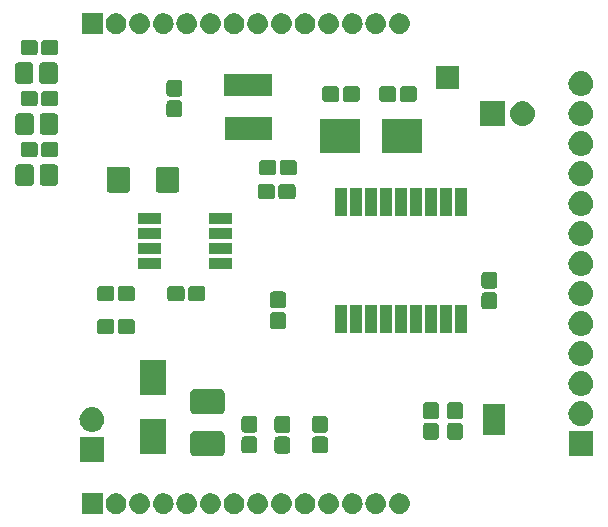
<source format=gts>
G04 #@! TF.GenerationSoftware,KiCad,Pcbnew,(5.1.0-0)*
G04 #@! TF.CreationDate,2019-04-21T15:27:38+03:00*
G04 #@! TF.ProjectId,ovms-swcan,6f766d73-2d73-4776-9361-6e2e6b696361,1.0*
G04 #@! TF.SameCoordinates,Original*
G04 #@! TF.FileFunction,Soldermask,Top*
G04 #@! TF.FilePolarity,Negative*
%FSLAX46Y46*%
G04 Gerber Fmt 4.6, Leading zero omitted, Abs format (unit mm)*
G04 Created by KiCad (PCBNEW (5.1.0-0)) date 2019-04-21 15:27:38*
%MOMM*%
%LPD*%
G04 APERTURE LIST*
%ADD10C,0.100000*%
G04 APERTURE END LIST*
D10*
G36*
X139706801Y-97940044D02*
G01*
X139743530Y-97943661D01*
X139795919Y-97959553D01*
X139908469Y-97993694D01*
X140060475Y-98074943D01*
X140193712Y-98184288D01*
X140303057Y-98317525D01*
X140384306Y-98469531D01*
X140418447Y-98582081D01*
X140434339Y-98634470D01*
X140434339Y-98634472D01*
X140451234Y-98806000D01*
X140437119Y-98949301D01*
X140434339Y-98977530D01*
X140418447Y-99029919D01*
X140384306Y-99142469D01*
X140303057Y-99294475D01*
X140193712Y-99427712D01*
X140060475Y-99537057D01*
X139908469Y-99618306D01*
X139795919Y-99652447D01*
X139743530Y-99668339D01*
X139706801Y-99671956D01*
X139614984Y-99681000D01*
X139529016Y-99681000D01*
X139437199Y-99671956D01*
X139400470Y-99668339D01*
X139348081Y-99652447D01*
X139235531Y-99618306D01*
X139083525Y-99537057D01*
X138950288Y-99427712D01*
X138840943Y-99294475D01*
X138759694Y-99142469D01*
X138725553Y-99029919D01*
X138709661Y-98977530D01*
X138706881Y-98949301D01*
X138692766Y-98806000D01*
X138709661Y-98634472D01*
X138709661Y-98634470D01*
X138725553Y-98582081D01*
X138759694Y-98469531D01*
X138840943Y-98317525D01*
X138950288Y-98184288D01*
X139083525Y-98074943D01*
X139235531Y-97993694D01*
X139348081Y-97959553D01*
X139400470Y-97943661D01*
X139437199Y-97940044D01*
X139529016Y-97931000D01*
X139614984Y-97931000D01*
X139706801Y-97940044D01*
X139706801Y-97940044D01*
G37*
G36*
X137706801Y-97940044D02*
G01*
X137743530Y-97943661D01*
X137795919Y-97959553D01*
X137908469Y-97993694D01*
X138060475Y-98074943D01*
X138193712Y-98184288D01*
X138303057Y-98317525D01*
X138384306Y-98469531D01*
X138418447Y-98582081D01*
X138434339Y-98634470D01*
X138434339Y-98634472D01*
X138451234Y-98806000D01*
X138437119Y-98949301D01*
X138434339Y-98977530D01*
X138418447Y-99029919D01*
X138384306Y-99142469D01*
X138303057Y-99294475D01*
X138193712Y-99427712D01*
X138060475Y-99537057D01*
X137908469Y-99618306D01*
X137795919Y-99652447D01*
X137743530Y-99668339D01*
X137706801Y-99671956D01*
X137614984Y-99681000D01*
X137529016Y-99681000D01*
X137437199Y-99671956D01*
X137400470Y-99668339D01*
X137348081Y-99652447D01*
X137235531Y-99618306D01*
X137083525Y-99537057D01*
X136950288Y-99427712D01*
X136840943Y-99294475D01*
X136759694Y-99142469D01*
X136725553Y-99029919D01*
X136709661Y-98977530D01*
X136706881Y-98949301D01*
X136692766Y-98806000D01*
X136709661Y-98634472D01*
X136709661Y-98634470D01*
X136725553Y-98582081D01*
X136759694Y-98469531D01*
X136840943Y-98317525D01*
X136950288Y-98184288D01*
X137083525Y-98074943D01*
X137235531Y-97993694D01*
X137348081Y-97959553D01*
X137400470Y-97943661D01*
X137437199Y-97940044D01*
X137529016Y-97931000D01*
X137614984Y-97931000D01*
X137706801Y-97940044D01*
X137706801Y-97940044D01*
G37*
G36*
X135706801Y-97940044D02*
G01*
X135743530Y-97943661D01*
X135795919Y-97959553D01*
X135908469Y-97993694D01*
X136060475Y-98074943D01*
X136193712Y-98184288D01*
X136303057Y-98317525D01*
X136384306Y-98469531D01*
X136418447Y-98582081D01*
X136434339Y-98634470D01*
X136434339Y-98634472D01*
X136451234Y-98806000D01*
X136437119Y-98949301D01*
X136434339Y-98977530D01*
X136418447Y-99029919D01*
X136384306Y-99142469D01*
X136303057Y-99294475D01*
X136193712Y-99427712D01*
X136060475Y-99537057D01*
X135908469Y-99618306D01*
X135795919Y-99652447D01*
X135743530Y-99668339D01*
X135706801Y-99671956D01*
X135614984Y-99681000D01*
X135529016Y-99681000D01*
X135437199Y-99671956D01*
X135400470Y-99668339D01*
X135348081Y-99652447D01*
X135235531Y-99618306D01*
X135083525Y-99537057D01*
X134950288Y-99427712D01*
X134840943Y-99294475D01*
X134759694Y-99142469D01*
X134725553Y-99029919D01*
X134709661Y-98977530D01*
X134706881Y-98949301D01*
X134692766Y-98806000D01*
X134709661Y-98634472D01*
X134709661Y-98634470D01*
X134725553Y-98582081D01*
X134759694Y-98469531D01*
X134840943Y-98317525D01*
X134950288Y-98184288D01*
X135083525Y-98074943D01*
X135235531Y-97993694D01*
X135348081Y-97959553D01*
X135400470Y-97943661D01*
X135437199Y-97940044D01*
X135529016Y-97931000D01*
X135614984Y-97931000D01*
X135706801Y-97940044D01*
X135706801Y-97940044D01*
G37*
G36*
X133706801Y-97940044D02*
G01*
X133743530Y-97943661D01*
X133795919Y-97959553D01*
X133908469Y-97993694D01*
X134060475Y-98074943D01*
X134193712Y-98184288D01*
X134303057Y-98317525D01*
X134384306Y-98469531D01*
X134418447Y-98582081D01*
X134434339Y-98634470D01*
X134434339Y-98634472D01*
X134451234Y-98806000D01*
X134437119Y-98949301D01*
X134434339Y-98977530D01*
X134418447Y-99029919D01*
X134384306Y-99142469D01*
X134303057Y-99294475D01*
X134193712Y-99427712D01*
X134060475Y-99537057D01*
X133908469Y-99618306D01*
X133795919Y-99652447D01*
X133743530Y-99668339D01*
X133706801Y-99671956D01*
X133614984Y-99681000D01*
X133529016Y-99681000D01*
X133437199Y-99671956D01*
X133400470Y-99668339D01*
X133348081Y-99652447D01*
X133235531Y-99618306D01*
X133083525Y-99537057D01*
X132950288Y-99427712D01*
X132840943Y-99294475D01*
X132759694Y-99142469D01*
X132725553Y-99029919D01*
X132709661Y-98977530D01*
X132706881Y-98949301D01*
X132692766Y-98806000D01*
X132709661Y-98634472D01*
X132709661Y-98634470D01*
X132725553Y-98582081D01*
X132759694Y-98469531D01*
X132840943Y-98317525D01*
X132950288Y-98184288D01*
X133083525Y-98074943D01*
X133235531Y-97993694D01*
X133348081Y-97959553D01*
X133400470Y-97943661D01*
X133437199Y-97940044D01*
X133529016Y-97931000D01*
X133614984Y-97931000D01*
X133706801Y-97940044D01*
X133706801Y-97940044D01*
G37*
G36*
X131706801Y-97940044D02*
G01*
X131743530Y-97943661D01*
X131795919Y-97959553D01*
X131908469Y-97993694D01*
X132060475Y-98074943D01*
X132193712Y-98184288D01*
X132303057Y-98317525D01*
X132384306Y-98469531D01*
X132418447Y-98582081D01*
X132434339Y-98634470D01*
X132434339Y-98634472D01*
X132451234Y-98806000D01*
X132437119Y-98949301D01*
X132434339Y-98977530D01*
X132418447Y-99029919D01*
X132384306Y-99142469D01*
X132303057Y-99294475D01*
X132193712Y-99427712D01*
X132060475Y-99537057D01*
X131908469Y-99618306D01*
X131795919Y-99652447D01*
X131743530Y-99668339D01*
X131706801Y-99671956D01*
X131614984Y-99681000D01*
X131529016Y-99681000D01*
X131437199Y-99671956D01*
X131400470Y-99668339D01*
X131348081Y-99652447D01*
X131235531Y-99618306D01*
X131083525Y-99537057D01*
X130950288Y-99427712D01*
X130840943Y-99294475D01*
X130759694Y-99142469D01*
X130725553Y-99029919D01*
X130709661Y-98977530D01*
X130706881Y-98949301D01*
X130692766Y-98806000D01*
X130709661Y-98634472D01*
X130709661Y-98634470D01*
X130725553Y-98582081D01*
X130759694Y-98469531D01*
X130840943Y-98317525D01*
X130950288Y-98184288D01*
X131083525Y-98074943D01*
X131235531Y-97993694D01*
X131348081Y-97959553D01*
X131400470Y-97943661D01*
X131437199Y-97940044D01*
X131529016Y-97931000D01*
X131614984Y-97931000D01*
X131706801Y-97940044D01*
X131706801Y-97940044D01*
G37*
G36*
X129706801Y-97940044D02*
G01*
X129743530Y-97943661D01*
X129795919Y-97959553D01*
X129908469Y-97993694D01*
X130060475Y-98074943D01*
X130193712Y-98184288D01*
X130303057Y-98317525D01*
X130384306Y-98469531D01*
X130418447Y-98582081D01*
X130434339Y-98634470D01*
X130434339Y-98634472D01*
X130451234Y-98806000D01*
X130437119Y-98949301D01*
X130434339Y-98977530D01*
X130418447Y-99029919D01*
X130384306Y-99142469D01*
X130303057Y-99294475D01*
X130193712Y-99427712D01*
X130060475Y-99537057D01*
X129908469Y-99618306D01*
X129795919Y-99652447D01*
X129743530Y-99668339D01*
X129706801Y-99671956D01*
X129614984Y-99681000D01*
X129529016Y-99681000D01*
X129437199Y-99671956D01*
X129400470Y-99668339D01*
X129348081Y-99652447D01*
X129235531Y-99618306D01*
X129083525Y-99537057D01*
X128950288Y-99427712D01*
X128840943Y-99294475D01*
X128759694Y-99142469D01*
X128725553Y-99029919D01*
X128709661Y-98977530D01*
X128706881Y-98949301D01*
X128692766Y-98806000D01*
X128709661Y-98634472D01*
X128709661Y-98634470D01*
X128725553Y-98582081D01*
X128759694Y-98469531D01*
X128840943Y-98317525D01*
X128950288Y-98184288D01*
X129083525Y-98074943D01*
X129235531Y-97993694D01*
X129348081Y-97959553D01*
X129400470Y-97943661D01*
X129437199Y-97940044D01*
X129529016Y-97931000D01*
X129614984Y-97931000D01*
X129706801Y-97940044D01*
X129706801Y-97940044D01*
G37*
G36*
X127706801Y-97940044D02*
G01*
X127743530Y-97943661D01*
X127795919Y-97959553D01*
X127908469Y-97993694D01*
X128060475Y-98074943D01*
X128193712Y-98184288D01*
X128303057Y-98317525D01*
X128384306Y-98469531D01*
X128418447Y-98582081D01*
X128434339Y-98634470D01*
X128434339Y-98634472D01*
X128451234Y-98806000D01*
X128437119Y-98949301D01*
X128434339Y-98977530D01*
X128418447Y-99029919D01*
X128384306Y-99142469D01*
X128303057Y-99294475D01*
X128193712Y-99427712D01*
X128060475Y-99537057D01*
X127908469Y-99618306D01*
X127795919Y-99652447D01*
X127743530Y-99668339D01*
X127706801Y-99671956D01*
X127614984Y-99681000D01*
X127529016Y-99681000D01*
X127437199Y-99671956D01*
X127400470Y-99668339D01*
X127348081Y-99652447D01*
X127235531Y-99618306D01*
X127083525Y-99537057D01*
X126950288Y-99427712D01*
X126840943Y-99294475D01*
X126759694Y-99142469D01*
X126725553Y-99029919D01*
X126709661Y-98977530D01*
X126706881Y-98949301D01*
X126692766Y-98806000D01*
X126709661Y-98634472D01*
X126709661Y-98634470D01*
X126725553Y-98582081D01*
X126759694Y-98469531D01*
X126840943Y-98317525D01*
X126950288Y-98184288D01*
X127083525Y-98074943D01*
X127235531Y-97993694D01*
X127348081Y-97959553D01*
X127400470Y-97943661D01*
X127437199Y-97940044D01*
X127529016Y-97931000D01*
X127614984Y-97931000D01*
X127706801Y-97940044D01*
X127706801Y-97940044D01*
G37*
G36*
X125706801Y-97940044D02*
G01*
X125743530Y-97943661D01*
X125795919Y-97959553D01*
X125908469Y-97993694D01*
X126060475Y-98074943D01*
X126193712Y-98184288D01*
X126303057Y-98317525D01*
X126384306Y-98469531D01*
X126418447Y-98582081D01*
X126434339Y-98634470D01*
X126434339Y-98634472D01*
X126451234Y-98806000D01*
X126437119Y-98949301D01*
X126434339Y-98977530D01*
X126418447Y-99029919D01*
X126384306Y-99142469D01*
X126303057Y-99294475D01*
X126193712Y-99427712D01*
X126060475Y-99537057D01*
X125908469Y-99618306D01*
X125795919Y-99652447D01*
X125743530Y-99668339D01*
X125706801Y-99671956D01*
X125614984Y-99681000D01*
X125529016Y-99681000D01*
X125437199Y-99671956D01*
X125400470Y-99668339D01*
X125348081Y-99652447D01*
X125235531Y-99618306D01*
X125083525Y-99537057D01*
X124950288Y-99427712D01*
X124840943Y-99294475D01*
X124759694Y-99142469D01*
X124725553Y-99029919D01*
X124709661Y-98977530D01*
X124706881Y-98949301D01*
X124692766Y-98806000D01*
X124709661Y-98634472D01*
X124709661Y-98634470D01*
X124725553Y-98582081D01*
X124759694Y-98469531D01*
X124840943Y-98317525D01*
X124950288Y-98184288D01*
X125083525Y-98074943D01*
X125235531Y-97993694D01*
X125348081Y-97959553D01*
X125400470Y-97943661D01*
X125437199Y-97940044D01*
X125529016Y-97931000D01*
X125614984Y-97931000D01*
X125706801Y-97940044D01*
X125706801Y-97940044D01*
G37*
G36*
X123706801Y-97940044D02*
G01*
X123743530Y-97943661D01*
X123795919Y-97959553D01*
X123908469Y-97993694D01*
X124060475Y-98074943D01*
X124193712Y-98184288D01*
X124303057Y-98317525D01*
X124384306Y-98469531D01*
X124418447Y-98582081D01*
X124434339Y-98634470D01*
X124434339Y-98634472D01*
X124451234Y-98806000D01*
X124437119Y-98949301D01*
X124434339Y-98977530D01*
X124418447Y-99029919D01*
X124384306Y-99142469D01*
X124303057Y-99294475D01*
X124193712Y-99427712D01*
X124060475Y-99537057D01*
X123908469Y-99618306D01*
X123795919Y-99652447D01*
X123743530Y-99668339D01*
X123706801Y-99671956D01*
X123614984Y-99681000D01*
X123529016Y-99681000D01*
X123437199Y-99671956D01*
X123400470Y-99668339D01*
X123348081Y-99652447D01*
X123235531Y-99618306D01*
X123083525Y-99537057D01*
X122950288Y-99427712D01*
X122840943Y-99294475D01*
X122759694Y-99142469D01*
X122725553Y-99029919D01*
X122709661Y-98977530D01*
X122706881Y-98949301D01*
X122692766Y-98806000D01*
X122709661Y-98634472D01*
X122709661Y-98634470D01*
X122725553Y-98582081D01*
X122759694Y-98469531D01*
X122840943Y-98317525D01*
X122950288Y-98184288D01*
X123083525Y-98074943D01*
X123235531Y-97993694D01*
X123348081Y-97959553D01*
X123400470Y-97943661D01*
X123437199Y-97940044D01*
X123529016Y-97931000D01*
X123614984Y-97931000D01*
X123706801Y-97940044D01*
X123706801Y-97940044D01*
G37*
G36*
X121706801Y-97940044D02*
G01*
X121743530Y-97943661D01*
X121795919Y-97959553D01*
X121908469Y-97993694D01*
X122060475Y-98074943D01*
X122193712Y-98184288D01*
X122303057Y-98317525D01*
X122384306Y-98469531D01*
X122418447Y-98582081D01*
X122434339Y-98634470D01*
X122434339Y-98634472D01*
X122451234Y-98806000D01*
X122437119Y-98949301D01*
X122434339Y-98977530D01*
X122418447Y-99029919D01*
X122384306Y-99142469D01*
X122303057Y-99294475D01*
X122193712Y-99427712D01*
X122060475Y-99537057D01*
X121908469Y-99618306D01*
X121795919Y-99652447D01*
X121743530Y-99668339D01*
X121706801Y-99671956D01*
X121614984Y-99681000D01*
X121529016Y-99681000D01*
X121437199Y-99671956D01*
X121400470Y-99668339D01*
X121348081Y-99652447D01*
X121235531Y-99618306D01*
X121083525Y-99537057D01*
X120950288Y-99427712D01*
X120840943Y-99294475D01*
X120759694Y-99142469D01*
X120725553Y-99029919D01*
X120709661Y-98977530D01*
X120706881Y-98949301D01*
X120692766Y-98806000D01*
X120709661Y-98634472D01*
X120709661Y-98634470D01*
X120725553Y-98582081D01*
X120759694Y-98469531D01*
X120840943Y-98317525D01*
X120950288Y-98184288D01*
X121083525Y-98074943D01*
X121235531Y-97993694D01*
X121348081Y-97959553D01*
X121400470Y-97943661D01*
X121437199Y-97940044D01*
X121529016Y-97931000D01*
X121614984Y-97931000D01*
X121706801Y-97940044D01*
X121706801Y-97940044D01*
G37*
G36*
X119706801Y-97940044D02*
G01*
X119743530Y-97943661D01*
X119795919Y-97959553D01*
X119908469Y-97993694D01*
X120060475Y-98074943D01*
X120193712Y-98184288D01*
X120303057Y-98317525D01*
X120384306Y-98469531D01*
X120418447Y-98582081D01*
X120434339Y-98634470D01*
X120434339Y-98634472D01*
X120451234Y-98806000D01*
X120437119Y-98949301D01*
X120434339Y-98977530D01*
X120418447Y-99029919D01*
X120384306Y-99142469D01*
X120303057Y-99294475D01*
X120193712Y-99427712D01*
X120060475Y-99537057D01*
X119908469Y-99618306D01*
X119795919Y-99652447D01*
X119743530Y-99668339D01*
X119706801Y-99671956D01*
X119614984Y-99681000D01*
X119529016Y-99681000D01*
X119437199Y-99671956D01*
X119400470Y-99668339D01*
X119348081Y-99652447D01*
X119235531Y-99618306D01*
X119083525Y-99537057D01*
X118950288Y-99427712D01*
X118840943Y-99294475D01*
X118759694Y-99142469D01*
X118725553Y-99029919D01*
X118709661Y-98977530D01*
X118706881Y-98949301D01*
X118692766Y-98806000D01*
X118709661Y-98634472D01*
X118709661Y-98634470D01*
X118725553Y-98582081D01*
X118759694Y-98469531D01*
X118840943Y-98317525D01*
X118950288Y-98184288D01*
X119083525Y-98074943D01*
X119235531Y-97993694D01*
X119348081Y-97959553D01*
X119400470Y-97943661D01*
X119437199Y-97940044D01*
X119529016Y-97931000D01*
X119614984Y-97931000D01*
X119706801Y-97940044D01*
X119706801Y-97940044D01*
G37*
G36*
X117706801Y-97940044D02*
G01*
X117743530Y-97943661D01*
X117795919Y-97959553D01*
X117908469Y-97993694D01*
X118060475Y-98074943D01*
X118193712Y-98184288D01*
X118303057Y-98317525D01*
X118384306Y-98469531D01*
X118418447Y-98582081D01*
X118434339Y-98634470D01*
X118434339Y-98634472D01*
X118451234Y-98806000D01*
X118437119Y-98949301D01*
X118434339Y-98977530D01*
X118418447Y-99029919D01*
X118384306Y-99142469D01*
X118303057Y-99294475D01*
X118193712Y-99427712D01*
X118060475Y-99537057D01*
X117908469Y-99618306D01*
X117795919Y-99652447D01*
X117743530Y-99668339D01*
X117706801Y-99671956D01*
X117614984Y-99681000D01*
X117529016Y-99681000D01*
X117437199Y-99671956D01*
X117400470Y-99668339D01*
X117348081Y-99652447D01*
X117235531Y-99618306D01*
X117083525Y-99537057D01*
X116950288Y-99427712D01*
X116840943Y-99294475D01*
X116759694Y-99142469D01*
X116725553Y-99029919D01*
X116709661Y-98977530D01*
X116706881Y-98949301D01*
X116692766Y-98806000D01*
X116709661Y-98634472D01*
X116709661Y-98634470D01*
X116725553Y-98582081D01*
X116759694Y-98469531D01*
X116840943Y-98317525D01*
X116950288Y-98184288D01*
X117083525Y-98074943D01*
X117235531Y-97993694D01*
X117348081Y-97959553D01*
X117400470Y-97943661D01*
X117437199Y-97940044D01*
X117529016Y-97931000D01*
X117614984Y-97931000D01*
X117706801Y-97940044D01*
X117706801Y-97940044D01*
G37*
G36*
X115706801Y-97940044D02*
G01*
X115743530Y-97943661D01*
X115795919Y-97959553D01*
X115908469Y-97993694D01*
X116060475Y-98074943D01*
X116193712Y-98184288D01*
X116303057Y-98317525D01*
X116384306Y-98469531D01*
X116418447Y-98582081D01*
X116434339Y-98634470D01*
X116434339Y-98634472D01*
X116451234Y-98806000D01*
X116437119Y-98949301D01*
X116434339Y-98977530D01*
X116418447Y-99029919D01*
X116384306Y-99142469D01*
X116303057Y-99294475D01*
X116193712Y-99427712D01*
X116060475Y-99537057D01*
X115908469Y-99618306D01*
X115795919Y-99652447D01*
X115743530Y-99668339D01*
X115706801Y-99671956D01*
X115614984Y-99681000D01*
X115529016Y-99681000D01*
X115437199Y-99671956D01*
X115400470Y-99668339D01*
X115348081Y-99652447D01*
X115235531Y-99618306D01*
X115083525Y-99537057D01*
X114950288Y-99427712D01*
X114840943Y-99294475D01*
X114759694Y-99142469D01*
X114725553Y-99029919D01*
X114709661Y-98977530D01*
X114706881Y-98949301D01*
X114692766Y-98806000D01*
X114709661Y-98634472D01*
X114709661Y-98634470D01*
X114725553Y-98582081D01*
X114759694Y-98469531D01*
X114840943Y-98317525D01*
X114950288Y-98184288D01*
X115083525Y-98074943D01*
X115235531Y-97993694D01*
X115348081Y-97959553D01*
X115400470Y-97943661D01*
X115437199Y-97940044D01*
X115529016Y-97931000D01*
X115614984Y-97931000D01*
X115706801Y-97940044D01*
X115706801Y-97940044D01*
G37*
G36*
X114447000Y-99681000D02*
G01*
X112697000Y-99681000D01*
X112697000Y-97931000D01*
X114447000Y-97931000D01*
X114447000Y-99681000D01*
X114447000Y-99681000D01*
G37*
G36*
X114588000Y-95284000D02*
G01*
X112488000Y-95284000D01*
X112488000Y-93184000D01*
X114588000Y-93184000D01*
X114588000Y-95284000D01*
X114588000Y-95284000D01*
G37*
G36*
X155990000Y-94776000D02*
G01*
X153890000Y-94776000D01*
X153890000Y-92676000D01*
X155990000Y-92676000D01*
X155990000Y-94776000D01*
X155990000Y-94776000D01*
G37*
G36*
X124491950Y-92683039D02*
G01*
X124555942Y-92702451D01*
X124614912Y-92733971D01*
X124666606Y-92776394D01*
X124709029Y-92828088D01*
X124740549Y-92887058D01*
X124759961Y-92951050D01*
X124767000Y-93022517D01*
X124767000Y-94429483D01*
X124759961Y-94500950D01*
X124740549Y-94564942D01*
X124709029Y-94623912D01*
X124666606Y-94675606D01*
X124614912Y-94718029D01*
X124555942Y-94749549D01*
X124491950Y-94768961D01*
X124420483Y-94776000D01*
X122213517Y-94776000D01*
X122142050Y-94768961D01*
X122078058Y-94749549D01*
X122019088Y-94718029D01*
X121967394Y-94675606D01*
X121924971Y-94623912D01*
X121893451Y-94564942D01*
X121874039Y-94500950D01*
X121867000Y-94429483D01*
X121867000Y-93022517D01*
X121874039Y-92951050D01*
X121893451Y-92887058D01*
X121924971Y-92828088D01*
X121967394Y-92776394D01*
X122019088Y-92733971D01*
X122078058Y-92702451D01*
X122142050Y-92683039D01*
X122213517Y-92676000D01*
X124420483Y-92676000D01*
X124491950Y-92683039D01*
X124491950Y-92683039D01*
G37*
G36*
X119845000Y-94588000D02*
G01*
X117645000Y-94588000D01*
X117645000Y-91688000D01*
X119845000Y-91688000D01*
X119845000Y-94588000D01*
X119845000Y-94588000D01*
G37*
G36*
X130110492Y-93133998D02*
G01*
X130164335Y-93150332D01*
X130213958Y-93176855D01*
X130257451Y-93212549D01*
X130293145Y-93256042D01*
X130319668Y-93305665D01*
X130336002Y-93359508D01*
X130342000Y-93420408D01*
X130342000Y-94285592D01*
X130336002Y-94346492D01*
X130319668Y-94400335D01*
X130293145Y-94449958D01*
X130257451Y-94493451D01*
X130213958Y-94529145D01*
X130164335Y-94555668D01*
X130110492Y-94572002D01*
X130049592Y-94578000D01*
X129284408Y-94578000D01*
X129223508Y-94572002D01*
X129169665Y-94555668D01*
X129120042Y-94529145D01*
X129076549Y-94493451D01*
X129040855Y-94449958D01*
X129014332Y-94400335D01*
X128997998Y-94346492D01*
X128992000Y-94285592D01*
X128992000Y-93420408D01*
X128997998Y-93359508D01*
X129014332Y-93305665D01*
X129040855Y-93256042D01*
X129076549Y-93212549D01*
X129120042Y-93176855D01*
X129169665Y-93150332D01*
X129223508Y-93133998D01*
X129284408Y-93128000D01*
X130049592Y-93128000D01*
X130110492Y-93133998D01*
X130110492Y-93133998D01*
G37*
G36*
X133285492Y-93119998D02*
G01*
X133339335Y-93136332D01*
X133388958Y-93162855D01*
X133432451Y-93198549D01*
X133468145Y-93242042D01*
X133494668Y-93291665D01*
X133511002Y-93345508D01*
X133517000Y-93406408D01*
X133517000Y-94271592D01*
X133511002Y-94332492D01*
X133494668Y-94386335D01*
X133468145Y-94435958D01*
X133432451Y-94479451D01*
X133388958Y-94515145D01*
X133339335Y-94541668D01*
X133285492Y-94558002D01*
X133224592Y-94564000D01*
X132459408Y-94564000D01*
X132398508Y-94558002D01*
X132344665Y-94541668D01*
X132295042Y-94515145D01*
X132251549Y-94479451D01*
X132215855Y-94435958D01*
X132189332Y-94386335D01*
X132172998Y-94332492D01*
X132167000Y-94271592D01*
X132167000Y-93406408D01*
X132172998Y-93345508D01*
X132189332Y-93291665D01*
X132215855Y-93242042D01*
X132251549Y-93198549D01*
X132295042Y-93162855D01*
X132344665Y-93136332D01*
X132398508Y-93119998D01*
X132459408Y-93114000D01*
X133224592Y-93114000D01*
X133285492Y-93119998D01*
X133285492Y-93119998D01*
G37*
G36*
X127316492Y-93119998D02*
G01*
X127370335Y-93136332D01*
X127419958Y-93162855D01*
X127463451Y-93198549D01*
X127499145Y-93242042D01*
X127525668Y-93291665D01*
X127542002Y-93345508D01*
X127548000Y-93406408D01*
X127548000Y-94271592D01*
X127542002Y-94332492D01*
X127525668Y-94386335D01*
X127499145Y-94435958D01*
X127463451Y-94479451D01*
X127419958Y-94515145D01*
X127370335Y-94541668D01*
X127316492Y-94558002D01*
X127255592Y-94564000D01*
X126490408Y-94564000D01*
X126429508Y-94558002D01*
X126375665Y-94541668D01*
X126326042Y-94515145D01*
X126282549Y-94479451D01*
X126246855Y-94435958D01*
X126220332Y-94386335D01*
X126203998Y-94332492D01*
X126198000Y-94271592D01*
X126198000Y-93406408D01*
X126203998Y-93345508D01*
X126220332Y-93291665D01*
X126246855Y-93242042D01*
X126282549Y-93198549D01*
X126326042Y-93162855D01*
X126375665Y-93136332D01*
X126429508Y-93119998D01*
X126490408Y-93114000D01*
X127255592Y-93114000D01*
X127316492Y-93119998D01*
X127316492Y-93119998D01*
G37*
G36*
X144715492Y-91962998D02*
G01*
X144769335Y-91979332D01*
X144818958Y-92005855D01*
X144862451Y-92041549D01*
X144898145Y-92085042D01*
X144924668Y-92134665D01*
X144941002Y-92188508D01*
X144947000Y-92249408D01*
X144947000Y-93114592D01*
X144941002Y-93175492D01*
X144924668Y-93229335D01*
X144898145Y-93278958D01*
X144862451Y-93322451D01*
X144818958Y-93358145D01*
X144769335Y-93384668D01*
X144715492Y-93401002D01*
X144654592Y-93407000D01*
X143889408Y-93407000D01*
X143828508Y-93401002D01*
X143774665Y-93384668D01*
X143725042Y-93358145D01*
X143681549Y-93322451D01*
X143645855Y-93278958D01*
X143619332Y-93229335D01*
X143602998Y-93175492D01*
X143597000Y-93114592D01*
X143597000Y-92249408D01*
X143602998Y-92188508D01*
X143619332Y-92134665D01*
X143645855Y-92085042D01*
X143681549Y-92041549D01*
X143725042Y-92005855D01*
X143774665Y-91979332D01*
X143828508Y-91962998D01*
X143889408Y-91957000D01*
X144654592Y-91957000D01*
X144715492Y-91962998D01*
X144715492Y-91962998D01*
G37*
G36*
X142683492Y-91962998D02*
G01*
X142737335Y-91979332D01*
X142786958Y-92005855D01*
X142830451Y-92041549D01*
X142866145Y-92085042D01*
X142892668Y-92134665D01*
X142909002Y-92188508D01*
X142915000Y-92249408D01*
X142915000Y-93114592D01*
X142909002Y-93175492D01*
X142892668Y-93229335D01*
X142866145Y-93278958D01*
X142830451Y-93322451D01*
X142786958Y-93358145D01*
X142737335Y-93384668D01*
X142683492Y-93401002D01*
X142622592Y-93407000D01*
X141857408Y-93407000D01*
X141796508Y-93401002D01*
X141742665Y-93384668D01*
X141693042Y-93358145D01*
X141649549Y-93322451D01*
X141613855Y-93278958D01*
X141587332Y-93229335D01*
X141570998Y-93175492D01*
X141565000Y-93114592D01*
X141565000Y-92249408D01*
X141570998Y-92188508D01*
X141587332Y-92134665D01*
X141613855Y-92085042D01*
X141649549Y-92041549D01*
X141693042Y-92005855D01*
X141742665Y-91979332D01*
X141796508Y-91962998D01*
X141857408Y-91957000D01*
X142622592Y-91957000D01*
X142683492Y-91962998D01*
X142683492Y-91962998D01*
G37*
G36*
X148524000Y-93044000D02*
G01*
X146624000Y-93044000D01*
X146624000Y-90344000D01*
X148524000Y-90344000D01*
X148524000Y-93044000D01*
X148524000Y-93044000D01*
G37*
G36*
X130110492Y-91383998D02*
G01*
X130164335Y-91400332D01*
X130213958Y-91426855D01*
X130257451Y-91462549D01*
X130293145Y-91506042D01*
X130319668Y-91555665D01*
X130336002Y-91609508D01*
X130342000Y-91670408D01*
X130342000Y-92535592D01*
X130336002Y-92596492D01*
X130319668Y-92650335D01*
X130293145Y-92699958D01*
X130257451Y-92743451D01*
X130213958Y-92779145D01*
X130164335Y-92805668D01*
X130110492Y-92822002D01*
X130049592Y-92828000D01*
X129284408Y-92828000D01*
X129223508Y-92822002D01*
X129169665Y-92805668D01*
X129120042Y-92779145D01*
X129076549Y-92743451D01*
X129040855Y-92699958D01*
X129014332Y-92650335D01*
X128997998Y-92596492D01*
X128992000Y-92535592D01*
X128992000Y-91670408D01*
X128997998Y-91609508D01*
X129014332Y-91555665D01*
X129040855Y-91506042D01*
X129076549Y-91462549D01*
X129120042Y-91426855D01*
X129169665Y-91400332D01*
X129223508Y-91383998D01*
X129284408Y-91378000D01*
X130049592Y-91378000D01*
X130110492Y-91383998D01*
X130110492Y-91383998D01*
G37*
G36*
X127316492Y-91369998D02*
G01*
X127370335Y-91386332D01*
X127419958Y-91412855D01*
X127463451Y-91448549D01*
X127499145Y-91492042D01*
X127525668Y-91541665D01*
X127542002Y-91595508D01*
X127548000Y-91656408D01*
X127548000Y-92521592D01*
X127542002Y-92582492D01*
X127525668Y-92636335D01*
X127499145Y-92685958D01*
X127463451Y-92729451D01*
X127419958Y-92765145D01*
X127370335Y-92791668D01*
X127316492Y-92808002D01*
X127255592Y-92814000D01*
X126490408Y-92814000D01*
X126429508Y-92808002D01*
X126375665Y-92791668D01*
X126326042Y-92765145D01*
X126282549Y-92729451D01*
X126246855Y-92685958D01*
X126220332Y-92636335D01*
X126203998Y-92582492D01*
X126198000Y-92521592D01*
X126198000Y-91656408D01*
X126203998Y-91595508D01*
X126220332Y-91541665D01*
X126246855Y-91492042D01*
X126282549Y-91448549D01*
X126326042Y-91412855D01*
X126375665Y-91386332D01*
X126429508Y-91369998D01*
X126490408Y-91364000D01*
X127255592Y-91364000D01*
X127316492Y-91369998D01*
X127316492Y-91369998D01*
G37*
G36*
X133285492Y-91369998D02*
G01*
X133339335Y-91386332D01*
X133388958Y-91412855D01*
X133432451Y-91448549D01*
X133468145Y-91492042D01*
X133494668Y-91541665D01*
X133511002Y-91595508D01*
X133517000Y-91656408D01*
X133517000Y-92521592D01*
X133511002Y-92582492D01*
X133494668Y-92636335D01*
X133468145Y-92685958D01*
X133432451Y-92729451D01*
X133388958Y-92765145D01*
X133339335Y-92791668D01*
X133285492Y-92808002D01*
X133224592Y-92814000D01*
X132459408Y-92814000D01*
X132398508Y-92808002D01*
X132344665Y-92791668D01*
X132295042Y-92765145D01*
X132251549Y-92729451D01*
X132215855Y-92685958D01*
X132189332Y-92636335D01*
X132172998Y-92582492D01*
X132167000Y-92521592D01*
X132167000Y-91656408D01*
X132172998Y-91595508D01*
X132189332Y-91541665D01*
X132215855Y-91492042D01*
X132251549Y-91448549D01*
X132295042Y-91412855D01*
X132344665Y-91386332D01*
X132398508Y-91369998D01*
X132459408Y-91364000D01*
X133224592Y-91364000D01*
X133285492Y-91369998D01*
X133285492Y-91369998D01*
G37*
G36*
X113705271Y-90655395D02*
G01*
X113743836Y-90659193D01*
X113875787Y-90699220D01*
X113941763Y-90719233D01*
X114124169Y-90816731D01*
X114284054Y-90947946D01*
X114415269Y-91107831D01*
X114512767Y-91290237D01*
X114512767Y-91290238D01*
X114572807Y-91488164D01*
X114572807Y-91488166D01*
X114593081Y-91694000D01*
X114585381Y-91772171D01*
X114572807Y-91899836D01*
X114532780Y-92031787D01*
X114512767Y-92097763D01*
X114415269Y-92280169D01*
X114284054Y-92440054D01*
X114124169Y-92571269D01*
X113941763Y-92668767D01*
X113885091Y-92685958D01*
X113743836Y-92728807D01*
X113705271Y-92732605D01*
X113589584Y-92744000D01*
X113486416Y-92744000D01*
X113370729Y-92732605D01*
X113332164Y-92728807D01*
X113190909Y-92685958D01*
X113134237Y-92668767D01*
X112951831Y-92571269D01*
X112791946Y-92440054D01*
X112660731Y-92280169D01*
X112563233Y-92097763D01*
X112543220Y-92031787D01*
X112503193Y-91899836D01*
X112490619Y-91772171D01*
X112482919Y-91694000D01*
X112503193Y-91488166D01*
X112503193Y-91488164D01*
X112563233Y-91290238D01*
X112563233Y-91290237D01*
X112660731Y-91107831D01*
X112791946Y-90947946D01*
X112951831Y-90816731D01*
X113134237Y-90719233D01*
X113200213Y-90699220D01*
X113332164Y-90659193D01*
X113370729Y-90655395D01*
X113486416Y-90644000D01*
X113589584Y-90644000D01*
X113705271Y-90655395D01*
X113705271Y-90655395D01*
G37*
G36*
X155107272Y-90147395D02*
G01*
X155145836Y-90151193D01*
X155277787Y-90191220D01*
X155343763Y-90211233D01*
X155526169Y-90308731D01*
X155686054Y-90439946D01*
X155817269Y-90599831D01*
X155914767Y-90782237D01*
X155914767Y-90782238D01*
X155974807Y-90980164D01*
X155974807Y-90980166D01*
X155995081Y-91186000D01*
X155978143Y-91357961D01*
X155974807Y-91391836D01*
X155945586Y-91488164D01*
X155914767Y-91589763D01*
X155817269Y-91772169D01*
X155686054Y-91932054D01*
X155526169Y-92063269D01*
X155343763Y-92160767D01*
X155328674Y-92165344D01*
X155145836Y-92220807D01*
X155107272Y-92224605D01*
X154991584Y-92236000D01*
X154888416Y-92236000D01*
X154772728Y-92224605D01*
X154734164Y-92220807D01*
X154551326Y-92165344D01*
X154536237Y-92160767D01*
X154353831Y-92063269D01*
X154193946Y-91932054D01*
X154062731Y-91772169D01*
X153965233Y-91589763D01*
X153934414Y-91488164D01*
X153905193Y-91391836D01*
X153901857Y-91357961D01*
X153884919Y-91186000D01*
X153905193Y-90980166D01*
X153905193Y-90980164D01*
X153965233Y-90782238D01*
X153965233Y-90782237D01*
X154062731Y-90599831D01*
X154193946Y-90439946D01*
X154353831Y-90308731D01*
X154536237Y-90211233D01*
X154602213Y-90191220D01*
X154734164Y-90151193D01*
X154772728Y-90147395D01*
X154888416Y-90136000D01*
X154991584Y-90136000D01*
X155107272Y-90147395D01*
X155107272Y-90147395D01*
G37*
G36*
X142683492Y-90212998D02*
G01*
X142737335Y-90229332D01*
X142786958Y-90255855D01*
X142830451Y-90291549D01*
X142866145Y-90335042D01*
X142892668Y-90384665D01*
X142909002Y-90438508D01*
X142915000Y-90499408D01*
X142915000Y-91364592D01*
X142909002Y-91425492D01*
X142892668Y-91479335D01*
X142866145Y-91528958D01*
X142830451Y-91572451D01*
X142786958Y-91608145D01*
X142737335Y-91634668D01*
X142683492Y-91651002D01*
X142622592Y-91657000D01*
X141857408Y-91657000D01*
X141796508Y-91651002D01*
X141742665Y-91634668D01*
X141693042Y-91608145D01*
X141649549Y-91572451D01*
X141613855Y-91528958D01*
X141587332Y-91479335D01*
X141570998Y-91425492D01*
X141565000Y-91364592D01*
X141565000Y-90499408D01*
X141570998Y-90438508D01*
X141587332Y-90384665D01*
X141613855Y-90335042D01*
X141649549Y-90291549D01*
X141693042Y-90255855D01*
X141742665Y-90229332D01*
X141796508Y-90212998D01*
X141857408Y-90207000D01*
X142622592Y-90207000D01*
X142683492Y-90212998D01*
X142683492Y-90212998D01*
G37*
G36*
X144715492Y-90212998D02*
G01*
X144769335Y-90229332D01*
X144818958Y-90255855D01*
X144862451Y-90291549D01*
X144898145Y-90335042D01*
X144924668Y-90384665D01*
X144941002Y-90438508D01*
X144947000Y-90499408D01*
X144947000Y-91364592D01*
X144941002Y-91425492D01*
X144924668Y-91479335D01*
X144898145Y-91528958D01*
X144862451Y-91572451D01*
X144818958Y-91608145D01*
X144769335Y-91634668D01*
X144715492Y-91651002D01*
X144654592Y-91657000D01*
X143889408Y-91657000D01*
X143828508Y-91651002D01*
X143774665Y-91634668D01*
X143725042Y-91608145D01*
X143681549Y-91572451D01*
X143645855Y-91528958D01*
X143619332Y-91479335D01*
X143602998Y-91425492D01*
X143597000Y-91364592D01*
X143597000Y-90499408D01*
X143602998Y-90438508D01*
X143619332Y-90384665D01*
X143645855Y-90335042D01*
X143681549Y-90291549D01*
X143725042Y-90255855D01*
X143774665Y-90229332D01*
X143828508Y-90212998D01*
X143889408Y-90207000D01*
X144654592Y-90207000D01*
X144715492Y-90212998D01*
X144715492Y-90212998D01*
G37*
G36*
X124491950Y-89127039D02*
G01*
X124555942Y-89146451D01*
X124614912Y-89177971D01*
X124666606Y-89220394D01*
X124709029Y-89272088D01*
X124740549Y-89331058D01*
X124759961Y-89395050D01*
X124767000Y-89466517D01*
X124767000Y-90873483D01*
X124759961Y-90944950D01*
X124740549Y-91008942D01*
X124709029Y-91067912D01*
X124666606Y-91119606D01*
X124614912Y-91162029D01*
X124555942Y-91193549D01*
X124491950Y-91212961D01*
X124420483Y-91220000D01*
X122213517Y-91220000D01*
X122142050Y-91212961D01*
X122078058Y-91193549D01*
X122019088Y-91162029D01*
X121967394Y-91119606D01*
X121924971Y-91067912D01*
X121893451Y-91008942D01*
X121874039Y-90944950D01*
X121867000Y-90873483D01*
X121867000Y-89466517D01*
X121874039Y-89395050D01*
X121893451Y-89331058D01*
X121924971Y-89272088D01*
X121967394Y-89220394D01*
X122019088Y-89177971D01*
X122078058Y-89146451D01*
X122142050Y-89127039D01*
X122213517Y-89120000D01*
X124420483Y-89120000D01*
X124491950Y-89127039D01*
X124491950Y-89127039D01*
G37*
G36*
X155107272Y-87607395D02*
G01*
X155145836Y-87611193D01*
X155277787Y-87651220D01*
X155343763Y-87671233D01*
X155526169Y-87768731D01*
X155686054Y-87899946D01*
X155817269Y-88059831D01*
X155914767Y-88242237D01*
X155914767Y-88242238D01*
X155974807Y-88440164D01*
X155974807Y-88440166D01*
X155995081Y-88646000D01*
X155978143Y-88817961D01*
X155974807Y-88851836D01*
X155934780Y-88983787D01*
X155914767Y-89049763D01*
X155817269Y-89232169D01*
X155686054Y-89392054D01*
X155526169Y-89523269D01*
X155343763Y-89620767D01*
X155277787Y-89640780D01*
X155145836Y-89680807D01*
X155107272Y-89684605D01*
X154991584Y-89696000D01*
X154888416Y-89696000D01*
X154772728Y-89684605D01*
X154734164Y-89680807D01*
X154602213Y-89640780D01*
X154536237Y-89620767D01*
X154353831Y-89523269D01*
X154193946Y-89392054D01*
X154062731Y-89232169D01*
X153965233Y-89049763D01*
X153945220Y-88983787D01*
X153905193Y-88851836D01*
X153901857Y-88817961D01*
X153884919Y-88646000D01*
X153905193Y-88440166D01*
X153905193Y-88440164D01*
X153965233Y-88242238D01*
X153965233Y-88242237D01*
X154062731Y-88059831D01*
X154193946Y-87899946D01*
X154353831Y-87768731D01*
X154536237Y-87671233D01*
X154602213Y-87651220D01*
X154734164Y-87611193D01*
X154772728Y-87607395D01*
X154888416Y-87596000D01*
X154991584Y-87596000D01*
X155107272Y-87607395D01*
X155107272Y-87607395D01*
G37*
G36*
X119845000Y-89588000D02*
G01*
X117645000Y-89588000D01*
X117645000Y-86688000D01*
X119845000Y-86688000D01*
X119845000Y-89588000D01*
X119845000Y-89588000D01*
G37*
G36*
X155107272Y-85067395D02*
G01*
X155145836Y-85071193D01*
X155277787Y-85111220D01*
X155343763Y-85131233D01*
X155526169Y-85228731D01*
X155686054Y-85359946D01*
X155817269Y-85519831D01*
X155914767Y-85702237D01*
X155914767Y-85702238D01*
X155974807Y-85900164D01*
X155974807Y-85900166D01*
X155995081Y-86106000D01*
X155978143Y-86277961D01*
X155974807Y-86311836D01*
X155934780Y-86443787D01*
X155914767Y-86509763D01*
X155817269Y-86692169D01*
X155686054Y-86852054D01*
X155526169Y-86983269D01*
X155343763Y-87080767D01*
X155277787Y-87100780D01*
X155145836Y-87140807D01*
X155107272Y-87144605D01*
X154991584Y-87156000D01*
X154888416Y-87156000D01*
X154772728Y-87144605D01*
X154734164Y-87140807D01*
X154602213Y-87100780D01*
X154536237Y-87080767D01*
X154353831Y-86983269D01*
X154193946Y-86852054D01*
X154062731Y-86692169D01*
X153965233Y-86509763D01*
X153945220Y-86443787D01*
X153905193Y-86311836D01*
X153901857Y-86277961D01*
X153884919Y-86106000D01*
X153905193Y-85900166D01*
X153905193Y-85900164D01*
X153965233Y-85702238D01*
X153965233Y-85702237D01*
X154062731Y-85519831D01*
X154193946Y-85359946D01*
X154353831Y-85228731D01*
X154536237Y-85131233D01*
X154602213Y-85111220D01*
X154734164Y-85071193D01*
X154772728Y-85067395D01*
X154888416Y-85056000D01*
X154991584Y-85056000D01*
X155107272Y-85067395D01*
X155107272Y-85067395D01*
G37*
G36*
X155107272Y-82527395D02*
G01*
X155145836Y-82531193D01*
X155277787Y-82571220D01*
X155343763Y-82591233D01*
X155526169Y-82688731D01*
X155686054Y-82819946D01*
X155817269Y-82979831D01*
X155914767Y-83162237D01*
X155917331Y-83170691D01*
X155974807Y-83360164D01*
X155974807Y-83360166D01*
X155995081Y-83566000D01*
X155978143Y-83737961D01*
X155974807Y-83771836D01*
X155939871Y-83887005D01*
X155914767Y-83969763D01*
X155817269Y-84152169D01*
X155686054Y-84312054D01*
X155526169Y-84443269D01*
X155343763Y-84540767D01*
X155277787Y-84560780D01*
X155145836Y-84600807D01*
X155107271Y-84604605D01*
X154991584Y-84616000D01*
X154888416Y-84616000D01*
X154772729Y-84604605D01*
X154734164Y-84600807D01*
X154602213Y-84560780D01*
X154536237Y-84540767D01*
X154353831Y-84443269D01*
X154193946Y-84312054D01*
X154062731Y-84152169D01*
X153965233Y-83969763D01*
X153940129Y-83887005D01*
X153905193Y-83771836D01*
X153901857Y-83737961D01*
X153884919Y-83566000D01*
X153905193Y-83360166D01*
X153905193Y-83360164D01*
X153962669Y-83170691D01*
X153965233Y-83162237D01*
X154062731Y-82979831D01*
X154193946Y-82819946D01*
X154353831Y-82688731D01*
X154536237Y-82591233D01*
X154602213Y-82571220D01*
X154734164Y-82531193D01*
X154772728Y-82527395D01*
X154888416Y-82516000D01*
X154991584Y-82516000D01*
X155107272Y-82527395D01*
X155107272Y-82527395D01*
G37*
G36*
X115188492Y-83150998D02*
G01*
X115242335Y-83167332D01*
X115291958Y-83193855D01*
X115335451Y-83229549D01*
X115371145Y-83273042D01*
X115397668Y-83322665D01*
X115414002Y-83376508D01*
X115420000Y-83437408D01*
X115420000Y-84202592D01*
X115414002Y-84263492D01*
X115397668Y-84317335D01*
X115371145Y-84366958D01*
X115335451Y-84410451D01*
X115291958Y-84446145D01*
X115242335Y-84472668D01*
X115188492Y-84489002D01*
X115127592Y-84495000D01*
X114262408Y-84495000D01*
X114201508Y-84489002D01*
X114147665Y-84472668D01*
X114098042Y-84446145D01*
X114054549Y-84410451D01*
X114018855Y-84366958D01*
X113992332Y-84317335D01*
X113975998Y-84263492D01*
X113970000Y-84202592D01*
X113970000Y-83437408D01*
X113975998Y-83376508D01*
X113992332Y-83322665D01*
X114018855Y-83273042D01*
X114054549Y-83229549D01*
X114098042Y-83193855D01*
X114147665Y-83167332D01*
X114201508Y-83150998D01*
X114262408Y-83145000D01*
X115127592Y-83145000D01*
X115188492Y-83150998D01*
X115188492Y-83150998D01*
G37*
G36*
X116938492Y-83150998D02*
G01*
X116992335Y-83167332D01*
X117041958Y-83193855D01*
X117085451Y-83229549D01*
X117121145Y-83273042D01*
X117147668Y-83322665D01*
X117164002Y-83376508D01*
X117170000Y-83437408D01*
X117170000Y-84202592D01*
X117164002Y-84263492D01*
X117147668Y-84317335D01*
X117121145Y-84366958D01*
X117085451Y-84410451D01*
X117041958Y-84446145D01*
X116992335Y-84472668D01*
X116938492Y-84489002D01*
X116877592Y-84495000D01*
X116012408Y-84495000D01*
X115951508Y-84489002D01*
X115897665Y-84472668D01*
X115848042Y-84446145D01*
X115804549Y-84410451D01*
X115768855Y-84366958D01*
X115742332Y-84317335D01*
X115725998Y-84263492D01*
X115720000Y-84202592D01*
X115720000Y-83437408D01*
X115725998Y-83376508D01*
X115742332Y-83322665D01*
X115768855Y-83273042D01*
X115804549Y-83229549D01*
X115848042Y-83193855D01*
X115897665Y-83167332D01*
X115951508Y-83150998D01*
X116012408Y-83145000D01*
X116877592Y-83145000D01*
X116938492Y-83150998D01*
X116938492Y-83150998D01*
G37*
G36*
X135120000Y-84386000D02*
G01*
X134120000Y-84386000D01*
X134120000Y-81986000D01*
X135120000Y-81986000D01*
X135120000Y-84386000D01*
X135120000Y-84386000D01*
G37*
G36*
X138930000Y-84386000D02*
G01*
X137930000Y-84386000D01*
X137930000Y-81986000D01*
X138930000Y-81986000D01*
X138930000Y-84386000D01*
X138930000Y-84386000D01*
G37*
G36*
X136390000Y-84386000D02*
G01*
X135390000Y-84386000D01*
X135390000Y-81986000D01*
X136390000Y-81986000D01*
X136390000Y-84386000D01*
X136390000Y-84386000D01*
G37*
G36*
X137660000Y-84386000D02*
G01*
X136660000Y-84386000D01*
X136660000Y-81986000D01*
X137660000Y-81986000D01*
X137660000Y-84386000D01*
X137660000Y-84386000D01*
G37*
G36*
X140200000Y-84386000D02*
G01*
X139200000Y-84386000D01*
X139200000Y-81986000D01*
X140200000Y-81986000D01*
X140200000Y-84386000D01*
X140200000Y-84386000D01*
G37*
G36*
X141470000Y-84386000D02*
G01*
X140470000Y-84386000D01*
X140470000Y-81986000D01*
X141470000Y-81986000D01*
X141470000Y-84386000D01*
X141470000Y-84386000D01*
G37*
G36*
X142740000Y-84386000D02*
G01*
X141740000Y-84386000D01*
X141740000Y-81986000D01*
X142740000Y-81986000D01*
X142740000Y-84386000D01*
X142740000Y-84386000D01*
G37*
G36*
X144010000Y-84386000D02*
G01*
X143010000Y-84386000D01*
X143010000Y-81986000D01*
X144010000Y-81986000D01*
X144010000Y-84386000D01*
X144010000Y-84386000D01*
G37*
G36*
X145280000Y-84386000D02*
G01*
X144280000Y-84386000D01*
X144280000Y-81986000D01*
X145280000Y-81986000D01*
X145280000Y-84386000D01*
X145280000Y-84386000D01*
G37*
G36*
X129729492Y-82592998D02*
G01*
X129783335Y-82609332D01*
X129832958Y-82635855D01*
X129876451Y-82671549D01*
X129912145Y-82715042D01*
X129938668Y-82764665D01*
X129955002Y-82818508D01*
X129961000Y-82879408D01*
X129961000Y-83744592D01*
X129955002Y-83805492D01*
X129938668Y-83859335D01*
X129912145Y-83908958D01*
X129876451Y-83952451D01*
X129832958Y-83988145D01*
X129783335Y-84014668D01*
X129729492Y-84031002D01*
X129668592Y-84037000D01*
X128903408Y-84037000D01*
X128842508Y-84031002D01*
X128788665Y-84014668D01*
X128739042Y-83988145D01*
X128695549Y-83952451D01*
X128659855Y-83908958D01*
X128633332Y-83859335D01*
X128616998Y-83805492D01*
X128611000Y-83744592D01*
X128611000Y-82879408D01*
X128616998Y-82818508D01*
X128633332Y-82764665D01*
X128659855Y-82715042D01*
X128695549Y-82671549D01*
X128739042Y-82635855D01*
X128788665Y-82609332D01*
X128842508Y-82592998D01*
X128903408Y-82587000D01*
X129668592Y-82587000D01*
X129729492Y-82592998D01*
X129729492Y-82592998D01*
G37*
G36*
X147636492Y-80927998D02*
G01*
X147690335Y-80944332D01*
X147739958Y-80970855D01*
X147783451Y-81006549D01*
X147819145Y-81050042D01*
X147845668Y-81099665D01*
X147862002Y-81153508D01*
X147868000Y-81214408D01*
X147868000Y-82079592D01*
X147862002Y-82140492D01*
X147845668Y-82194335D01*
X147819145Y-82243958D01*
X147783451Y-82287451D01*
X147739958Y-82323145D01*
X147690335Y-82349668D01*
X147636492Y-82366002D01*
X147575592Y-82372000D01*
X146810408Y-82372000D01*
X146749508Y-82366002D01*
X146695665Y-82349668D01*
X146646042Y-82323145D01*
X146602549Y-82287451D01*
X146566855Y-82243958D01*
X146540332Y-82194335D01*
X146523998Y-82140492D01*
X146518000Y-82079592D01*
X146518000Y-81214408D01*
X146523998Y-81153508D01*
X146540332Y-81099665D01*
X146566855Y-81050042D01*
X146602549Y-81006549D01*
X146646042Y-80970855D01*
X146695665Y-80944332D01*
X146749508Y-80927998D01*
X146810408Y-80922000D01*
X147575592Y-80922000D01*
X147636492Y-80927998D01*
X147636492Y-80927998D01*
G37*
G36*
X129729492Y-80842998D02*
G01*
X129783335Y-80859332D01*
X129832958Y-80885855D01*
X129876451Y-80921549D01*
X129912145Y-80965042D01*
X129938668Y-81014665D01*
X129955002Y-81068508D01*
X129961000Y-81129408D01*
X129961000Y-81994592D01*
X129955002Y-82055492D01*
X129938668Y-82109335D01*
X129912145Y-82158958D01*
X129876451Y-82202451D01*
X129832958Y-82238145D01*
X129783335Y-82264668D01*
X129729492Y-82281002D01*
X129668592Y-82287000D01*
X128903408Y-82287000D01*
X128842508Y-82281002D01*
X128788665Y-82264668D01*
X128739042Y-82238145D01*
X128695549Y-82202451D01*
X128659855Y-82158958D01*
X128633332Y-82109335D01*
X128616998Y-82055492D01*
X128611000Y-81994592D01*
X128611000Y-81129408D01*
X128616998Y-81068508D01*
X128633332Y-81014665D01*
X128659855Y-80965042D01*
X128695549Y-80921549D01*
X128739042Y-80885855D01*
X128788665Y-80859332D01*
X128842508Y-80842998D01*
X128903408Y-80837000D01*
X129668592Y-80837000D01*
X129729492Y-80842998D01*
X129729492Y-80842998D01*
G37*
G36*
X155107272Y-79987395D02*
G01*
X155145836Y-79991193D01*
X155277787Y-80031220D01*
X155343763Y-80051233D01*
X155526169Y-80148731D01*
X155686054Y-80279946D01*
X155817269Y-80439831D01*
X155914767Y-80622237D01*
X155914767Y-80622238D01*
X155974807Y-80820164D01*
X155974807Y-80820166D01*
X155995081Y-81026000D01*
X155984803Y-81130344D01*
X155974807Y-81231836D01*
X155966415Y-81259500D01*
X155914767Y-81429763D01*
X155817269Y-81612169D01*
X155686054Y-81772054D01*
X155526169Y-81903269D01*
X155343763Y-82000767D01*
X155295711Y-82015343D01*
X155145836Y-82060807D01*
X155107271Y-82064605D01*
X154991584Y-82076000D01*
X154888416Y-82076000D01*
X154772729Y-82064605D01*
X154734164Y-82060807D01*
X154584289Y-82015343D01*
X154536237Y-82000767D01*
X154353831Y-81903269D01*
X154193946Y-81772054D01*
X154062731Y-81612169D01*
X153965233Y-81429763D01*
X153913585Y-81259500D01*
X153905193Y-81231836D01*
X153895197Y-81130344D01*
X153884919Y-81026000D01*
X153905193Y-80820166D01*
X153905193Y-80820164D01*
X153965233Y-80622238D01*
X153965233Y-80622237D01*
X154062731Y-80439831D01*
X154193946Y-80279946D01*
X154353831Y-80148731D01*
X154536237Y-80051233D01*
X154602213Y-80031220D01*
X154734164Y-79991193D01*
X154772728Y-79987395D01*
X154888416Y-79976000D01*
X154991584Y-79976000D01*
X155107272Y-79987395D01*
X155107272Y-79987395D01*
G37*
G36*
X115188492Y-80356998D02*
G01*
X115242335Y-80373332D01*
X115291958Y-80399855D01*
X115335451Y-80435549D01*
X115371145Y-80479042D01*
X115397668Y-80528665D01*
X115414002Y-80582508D01*
X115420000Y-80643408D01*
X115420000Y-81408592D01*
X115414002Y-81469492D01*
X115397668Y-81523335D01*
X115371145Y-81572958D01*
X115335451Y-81616451D01*
X115291958Y-81652145D01*
X115242335Y-81678668D01*
X115188492Y-81695002D01*
X115127592Y-81701000D01*
X114262408Y-81701000D01*
X114201508Y-81695002D01*
X114147665Y-81678668D01*
X114098042Y-81652145D01*
X114054549Y-81616451D01*
X114018855Y-81572958D01*
X113992332Y-81523335D01*
X113975998Y-81469492D01*
X113970000Y-81408592D01*
X113970000Y-80643408D01*
X113975998Y-80582508D01*
X113992332Y-80528665D01*
X114018855Y-80479042D01*
X114054549Y-80435549D01*
X114098042Y-80399855D01*
X114147665Y-80373332D01*
X114201508Y-80356998D01*
X114262408Y-80351000D01*
X115127592Y-80351000D01*
X115188492Y-80356998D01*
X115188492Y-80356998D01*
G37*
G36*
X116938492Y-80356998D02*
G01*
X116992335Y-80373332D01*
X117041958Y-80399855D01*
X117085451Y-80435549D01*
X117121145Y-80479042D01*
X117147668Y-80528665D01*
X117164002Y-80582508D01*
X117170000Y-80643408D01*
X117170000Y-81408592D01*
X117164002Y-81469492D01*
X117147668Y-81523335D01*
X117121145Y-81572958D01*
X117085451Y-81616451D01*
X117041958Y-81652145D01*
X116992335Y-81678668D01*
X116938492Y-81695002D01*
X116877592Y-81701000D01*
X116012408Y-81701000D01*
X115951508Y-81695002D01*
X115897665Y-81678668D01*
X115848042Y-81652145D01*
X115804549Y-81616451D01*
X115768855Y-81572958D01*
X115742332Y-81523335D01*
X115725998Y-81469492D01*
X115720000Y-81408592D01*
X115720000Y-80643408D01*
X115725998Y-80582508D01*
X115742332Y-80528665D01*
X115768855Y-80479042D01*
X115804549Y-80435549D01*
X115848042Y-80399855D01*
X115897665Y-80373332D01*
X115951508Y-80356998D01*
X116012408Y-80351000D01*
X116877592Y-80351000D01*
X116938492Y-80356998D01*
X116938492Y-80356998D01*
G37*
G36*
X121143492Y-80356998D02*
G01*
X121197335Y-80373332D01*
X121246958Y-80399855D01*
X121290451Y-80435549D01*
X121326145Y-80479042D01*
X121352668Y-80528665D01*
X121369002Y-80582508D01*
X121375000Y-80643408D01*
X121375000Y-81408592D01*
X121369002Y-81469492D01*
X121352668Y-81523335D01*
X121326145Y-81572958D01*
X121290451Y-81616451D01*
X121246958Y-81652145D01*
X121197335Y-81678668D01*
X121143492Y-81695002D01*
X121082592Y-81701000D01*
X120217408Y-81701000D01*
X120156508Y-81695002D01*
X120102665Y-81678668D01*
X120053042Y-81652145D01*
X120009549Y-81616451D01*
X119973855Y-81572958D01*
X119947332Y-81523335D01*
X119930998Y-81469492D01*
X119925000Y-81408592D01*
X119925000Y-80643408D01*
X119930998Y-80582508D01*
X119947332Y-80528665D01*
X119973855Y-80479042D01*
X120009549Y-80435549D01*
X120053042Y-80399855D01*
X120102665Y-80373332D01*
X120156508Y-80356998D01*
X120217408Y-80351000D01*
X121082592Y-80351000D01*
X121143492Y-80356998D01*
X121143492Y-80356998D01*
G37*
G36*
X122893492Y-80356998D02*
G01*
X122947335Y-80373332D01*
X122996958Y-80399855D01*
X123040451Y-80435549D01*
X123076145Y-80479042D01*
X123102668Y-80528665D01*
X123119002Y-80582508D01*
X123125000Y-80643408D01*
X123125000Y-81408592D01*
X123119002Y-81469492D01*
X123102668Y-81523335D01*
X123076145Y-81572958D01*
X123040451Y-81616451D01*
X122996958Y-81652145D01*
X122947335Y-81678668D01*
X122893492Y-81695002D01*
X122832592Y-81701000D01*
X121967408Y-81701000D01*
X121906508Y-81695002D01*
X121852665Y-81678668D01*
X121803042Y-81652145D01*
X121759549Y-81616451D01*
X121723855Y-81572958D01*
X121697332Y-81523335D01*
X121680998Y-81469492D01*
X121675000Y-81408592D01*
X121675000Y-80643408D01*
X121680998Y-80582508D01*
X121697332Y-80528665D01*
X121723855Y-80479042D01*
X121759549Y-80435549D01*
X121803042Y-80399855D01*
X121852665Y-80373332D01*
X121906508Y-80356998D01*
X121967408Y-80351000D01*
X122832592Y-80351000D01*
X122893492Y-80356998D01*
X122893492Y-80356998D01*
G37*
G36*
X147636492Y-79177998D02*
G01*
X147690335Y-79194332D01*
X147739958Y-79220855D01*
X147783451Y-79256549D01*
X147819145Y-79300042D01*
X147845668Y-79349665D01*
X147862002Y-79403508D01*
X147868000Y-79464408D01*
X147868000Y-80329592D01*
X147862002Y-80390492D01*
X147845668Y-80444335D01*
X147819145Y-80493958D01*
X147783451Y-80537451D01*
X147739958Y-80573145D01*
X147690335Y-80599668D01*
X147636492Y-80616002D01*
X147575592Y-80622000D01*
X146810408Y-80622000D01*
X146749508Y-80616002D01*
X146695665Y-80599668D01*
X146646042Y-80573145D01*
X146602549Y-80537451D01*
X146566855Y-80493958D01*
X146540332Y-80444335D01*
X146523998Y-80390492D01*
X146518000Y-80329592D01*
X146518000Y-79464408D01*
X146523998Y-79403508D01*
X146540332Y-79349665D01*
X146566855Y-79300042D01*
X146602549Y-79256549D01*
X146646042Y-79220855D01*
X146695665Y-79194332D01*
X146749508Y-79177998D01*
X146810408Y-79172000D01*
X147575592Y-79172000D01*
X147636492Y-79177998D01*
X147636492Y-79177998D01*
G37*
G36*
X155107272Y-77447395D02*
G01*
X155145836Y-77451193D01*
X155277787Y-77491220D01*
X155343763Y-77511233D01*
X155526169Y-77608731D01*
X155686054Y-77739946D01*
X155817269Y-77899831D01*
X155914767Y-78082237D01*
X155914767Y-78082238D01*
X155974807Y-78280164D01*
X155974807Y-78280166D01*
X155995081Y-78486000D01*
X155978143Y-78657961D01*
X155974807Y-78691836D01*
X155934780Y-78823787D01*
X155914767Y-78889763D01*
X155817269Y-79072169D01*
X155686054Y-79232054D01*
X155526169Y-79363269D01*
X155343763Y-79460767D01*
X155277787Y-79480780D01*
X155145836Y-79520807D01*
X155107271Y-79524605D01*
X154991584Y-79536000D01*
X154888416Y-79536000D01*
X154772729Y-79524605D01*
X154734164Y-79520807D01*
X154602213Y-79480780D01*
X154536237Y-79460767D01*
X154353831Y-79363269D01*
X154193946Y-79232054D01*
X154062731Y-79072169D01*
X153965233Y-78889763D01*
X153945220Y-78823787D01*
X153905193Y-78691836D01*
X153901857Y-78657961D01*
X153884919Y-78486000D01*
X153905193Y-78280166D01*
X153905193Y-78280164D01*
X153965233Y-78082238D01*
X153965233Y-78082237D01*
X154062731Y-77899831D01*
X154193946Y-77739946D01*
X154353831Y-77608731D01*
X154536237Y-77511233D01*
X154602213Y-77491220D01*
X154734164Y-77451193D01*
X154772728Y-77447395D01*
X154888416Y-77436000D01*
X154991584Y-77436000D01*
X155107272Y-77447395D01*
X155107272Y-77447395D01*
G37*
G36*
X125387000Y-78986000D02*
G01*
X123437000Y-78986000D01*
X123437000Y-77986000D01*
X125387000Y-77986000D01*
X125387000Y-78986000D01*
X125387000Y-78986000D01*
G37*
G36*
X119387000Y-78986000D02*
G01*
X117437000Y-78986000D01*
X117437000Y-77986000D01*
X119387000Y-77986000D01*
X119387000Y-78986000D01*
X119387000Y-78986000D01*
G37*
G36*
X125387000Y-77716000D02*
G01*
X123437000Y-77716000D01*
X123437000Y-76716000D01*
X125387000Y-76716000D01*
X125387000Y-77716000D01*
X125387000Y-77716000D01*
G37*
G36*
X119387000Y-77716000D02*
G01*
X117437000Y-77716000D01*
X117437000Y-76716000D01*
X119387000Y-76716000D01*
X119387000Y-77716000D01*
X119387000Y-77716000D01*
G37*
G36*
X155107272Y-74907395D02*
G01*
X155145836Y-74911193D01*
X155277787Y-74951220D01*
X155343763Y-74971233D01*
X155526169Y-75068731D01*
X155686054Y-75199946D01*
X155817269Y-75359831D01*
X155914767Y-75542237D01*
X155914767Y-75542238D01*
X155974807Y-75740164D01*
X155974807Y-75740166D01*
X155995081Y-75946000D01*
X155978143Y-76117961D01*
X155974807Y-76151836D01*
X155934780Y-76283787D01*
X155914767Y-76349763D01*
X155817269Y-76532169D01*
X155686054Y-76692054D01*
X155526169Y-76823269D01*
X155343763Y-76920767D01*
X155277787Y-76940780D01*
X155145836Y-76980807D01*
X155107271Y-76984605D01*
X154991584Y-76996000D01*
X154888416Y-76996000D01*
X154772729Y-76984605D01*
X154734164Y-76980807D01*
X154602213Y-76940780D01*
X154536237Y-76920767D01*
X154353831Y-76823269D01*
X154193946Y-76692054D01*
X154062731Y-76532169D01*
X153965233Y-76349763D01*
X153945220Y-76283787D01*
X153905193Y-76151836D01*
X153901857Y-76117961D01*
X153884919Y-75946000D01*
X153905193Y-75740166D01*
X153905193Y-75740164D01*
X153965233Y-75542238D01*
X153965233Y-75542237D01*
X154062731Y-75359831D01*
X154193946Y-75199946D01*
X154353831Y-75068731D01*
X154536237Y-74971233D01*
X154602213Y-74951220D01*
X154734164Y-74911193D01*
X154772728Y-74907395D01*
X154888416Y-74896000D01*
X154991584Y-74896000D01*
X155107272Y-74907395D01*
X155107272Y-74907395D01*
G37*
G36*
X125387000Y-76446000D02*
G01*
X123437000Y-76446000D01*
X123437000Y-75446000D01*
X125387000Y-75446000D01*
X125387000Y-76446000D01*
X125387000Y-76446000D01*
G37*
G36*
X119387000Y-76446000D02*
G01*
X117437000Y-76446000D01*
X117437000Y-75446000D01*
X119387000Y-75446000D01*
X119387000Y-76446000D01*
X119387000Y-76446000D01*
G37*
G36*
X125387000Y-75176000D02*
G01*
X123437000Y-75176000D01*
X123437000Y-74176000D01*
X125387000Y-74176000D01*
X125387000Y-75176000D01*
X125387000Y-75176000D01*
G37*
G36*
X119387000Y-75176000D02*
G01*
X117437000Y-75176000D01*
X117437000Y-74176000D01*
X119387000Y-74176000D01*
X119387000Y-75176000D01*
X119387000Y-75176000D01*
G37*
G36*
X140200000Y-74478000D02*
G01*
X139200000Y-74478000D01*
X139200000Y-72078000D01*
X140200000Y-72078000D01*
X140200000Y-74478000D01*
X140200000Y-74478000D01*
G37*
G36*
X135120000Y-74478000D02*
G01*
X134120000Y-74478000D01*
X134120000Y-72078000D01*
X135120000Y-72078000D01*
X135120000Y-74478000D01*
X135120000Y-74478000D01*
G37*
G36*
X136390000Y-74478000D02*
G01*
X135390000Y-74478000D01*
X135390000Y-72078000D01*
X136390000Y-72078000D01*
X136390000Y-74478000D01*
X136390000Y-74478000D01*
G37*
G36*
X137660000Y-74478000D02*
G01*
X136660000Y-74478000D01*
X136660000Y-72078000D01*
X137660000Y-72078000D01*
X137660000Y-74478000D01*
X137660000Y-74478000D01*
G37*
G36*
X145280000Y-74478000D02*
G01*
X144280000Y-74478000D01*
X144280000Y-72078000D01*
X145280000Y-72078000D01*
X145280000Y-74478000D01*
X145280000Y-74478000D01*
G37*
G36*
X144010000Y-74478000D02*
G01*
X143010000Y-74478000D01*
X143010000Y-72078000D01*
X144010000Y-72078000D01*
X144010000Y-74478000D01*
X144010000Y-74478000D01*
G37*
G36*
X138930000Y-74478000D02*
G01*
X137930000Y-74478000D01*
X137930000Y-72078000D01*
X138930000Y-72078000D01*
X138930000Y-74478000D01*
X138930000Y-74478000D01*
G37*
G36*
X142740000Y-74478000D02*
G01*
X141740000Y-74478000D01*
X141740000Y-72078000D01*
X142740000Y-72078000D01*
X142740000Y-74478000D01*
X142740000Y-74478000D01*
G37*
G36*
X141470000Y-74478000D02*
G01*
X140470000Y-74478000D01*
X140470000Y-72078000D01*
X141470000Y-72078000D01*
X141470000Y-74478000D01*
X141470000Y-74478000D01*
G37*
G36*
X155107272Y-72367395D02*
G01*
X155145836Y-72371193D01*
X155277787Y-72411220D01*
X155343763Y-72431233D01*
X155526169Y-72528731D01*
X155686054Y-72659946D01*
X155817269Y-72819831D01*
X155914767Y-73002237D01*
X155914767Y-73002238D01*
X155974807Y-73200164D01*
X155974807Y-73200166D01*
X155995081Y-73406000D01*
X155978143Y-73577961D01*
X155974807Y-73611836D01*
X155934780Y-73743787D01*
X155914767Y-73809763D01*
X155817269Y-73992169D01*
X155686054Y-74152054D01*
X155526169Y-74283269D01*
X155343763Y-74380767D01*
X155277787Y-74400780D01*
X155145836Y-74440807D01*
X155107271Y-74444605D01*
X154991584Y-74456000D01*
X154888416Y-74456000D01*
X154772729Y-74444605D01*
X154734164Y-74440807D01*
X154602213Y-74400780D01*
X154536237Y-74380767D01*
X154353831Y-74283269D01*
X154193946Y-74152054D01*
X154062731Y-73992169D01*
X153965233Y-73809763D01*
X153945220Y-73743787D01*
X153905193Y-73611836D01*
X153901857Y-73577961D01*
X153884919Y-73406000D01*
X153905193Y-73200166D01*
X153905193Y-73200164D01*
X153965233Y-73002238D01*
X153965233Y-73002237D01*
X154062731Y-72819831D01*
X154193946Y-72659946D01*
X154353831Y-72528731D01*
X154536237Y-72431233D01*
X154602213Y-72411220D01*
X154734164Y-72371193D01*
X154772728Y-72367395D01*
X154888416Y-72356000D01*
X154991584Y-72356000D01*
X155107272Y-72367395D01*
X155107272Y-72367395D01*
G37*
G36*
X130541492Y-71720998D02*
G01*
X130595335Y-71737332D01*
X130644958Y-71763855D01*
X130688451Y-71799549D01*
X130724145Y-71843042D01*
X130750668Y-71892665D01*
X130767002Y-71946508D01*
X130773000Y-72007408D01*
X130773000Y-72772592D01*
X130767002Y-72833492D01*
X130750668Y-72887335D01*
X130724145Y-72936958D01*
X130688451Y-72980451D01*
X130644958Y-73016145D01*
X130595335Y-73042668D01*
X130541492Y-73059002D01*
X130480592Y-73065000D01*
X129615408Y-73065000D01*
X129554508Y-73059002D01*
X129500665Y-73042668D01*
X129451042Y-73016145D01*
X129407549Y-72980451D01*
X129371855Y-72936958D01*
X129345332Y-72887335D01*
X129328998Y-72833492D01*
X129323000Y-72772592D01*
X129323000Y-72007408D01*
X129328998Y-71946508D01*
X129345332Y-71892665D01*
X129371855Y-71843042D01*
X129407549Y-71799549D01*
X129451042Y-71763855D01*
X129500665Y-71737332D01*
X129554508Y-71720998D01*
X129615408Y-71715000D01*
X130480592Y-71715000D01*
X130541492Y-71720998D01*
X130541492Y-71720998D01*
G37*
G36*
X128791492Y-71720998D02*
G01*
X128845335Y-71737332D01*
X128894958Y-71763855D01*
X128938451Y-71799549D01*
X128974145Y-71843042D01*
X129000668Y-71892665D01*
X129017002Y-71946508D01*
X129023000Y-72007408D01*
X129023000Y-72772592D01*
X129017002Y-72833492D01*
X129000668Y-72887335D01*
X128974145Y-72936958D01*
X128938451Y-72980451D01*
X128894958Y-73016145D01*
X128845335Y-73042668D01*
X128791492Y-73059002D01*
X128730592Y-73065000D01*
X127865408Y-73065000D01*
X127804508Y-73059002D01*
X127750665Y-73042668D01*
X127701042Y-73016145D01*
X127657549Y-72980451D01*
X127621855Y-72936958D01*
X127595332Y-72887335D01*
X127578998Y-72833492D01*
X127573000Y-72772592D01*
X127573000Y-72007408D01*
X127578998Y-71946508D01*
X127595332Y-71892665D01*
X127621855Y-71843042D01*
X127657549Y-71799549D01*
X127701042Y-71763855D01*
X127750665Y-71737332D01*
X127804508Y-71720998D01*
X127865408Y-71715000D01*
X128730592Y-71715000D01*
X128791492Y-71720998D01*
X128791492Y-71720998D01*
G37*
G36*
X116558509Y-70279186D02*
G01*
X116604426Y-70293115D01*
X116646739Y-70315732D01*
X116683829Y-70346171D01*
X116714268Y-70383261D01*
X116736885Y-70425574D01*
X116750814Y-70471491D01*
X116756000Y-70524146D01*
X116756000Y-72223854D01*
X116750814Y-72276509D01*
X116736885Y-72322426D01*
X116714268Y-72364739D01*
X116683829Y-72401829D01*
X116646739Y-72432268D01*
X116604426Y-72454885D01*
X116558509Y-72468814D01*
X116505854Y-72474000D01*
X115031146Y-72474000D01*
X114978491Y-72468814D01*
X114932574Y-72454885D01*
X114890261Y-72432268D01*
X114853171Y-72401829D01*
X114822732Y-72364739D01*
X114800115Y-72322426D01*
X114786186Y-72276509D01*
X114781000Y-72223854D01*
X114781000Y-70524146D01*
X114786186Y-70471491D01*
X114800115Y-70425574D01*
X114822732Y-70383261D01*
X114853171Y-70346171D01*
X114890261Y-70315732D01*
X114932574Y-70293115D01*
X114978491Y-70279186D01*
X115031146Y-70274000D01*
X116505854Y-70274000D01*
X116558509Y-70279186D01*
X116558509Y-70279186D01*
G37*
G36*
X120733509Y-70279186D02*
G01*
X120779426Y-70293115D01*
X120821739Y-70315732D01*
X120858829Y-70346171D01*
X120889268Y-70383261D01*
X120911885Y-70425574D01*
X120925814Y-70471491D01*
X120931000Y-70524146D01*
X120931000Y-72223854D01*
X120925814Y-72276509D01*
X120911885Y-72322426D01*
X120889268Y-72364739D01*
X120858829Y-72401829D01*
X120821739Y-72432268D01*
X120779426Y-72454885D01*
X120733509Y-72468814D01*
X120680854Y-72474000D01*
X119206146Y-72474000D01*
X119153491Y-72468814D01*
X119107574Y-72454885D01*
X119065261Y-72432268D01*
X119028171Y-72401829D01*
X118997732Y-72364739D01*
X118975115Y-72322426D01*
X118961186Y-72276509D01*
X118956000Y-72223854D01*
X118956000Y-70524146D01*
X118961186Y-70471491D01*
X118975115Y-70425574D01*
X118997732Y-70383261D01*
X119028171Y-70346171D01*
X119065261Y-70315732D01*
X119107574Y-70293115D01*
X119153491Y-70279186D01*
X119206146Y-70274000D01*
X120680854Y-70274000D01*
X120733509Y-70279186D01*
X120733509Y-70279186D01*
G37*
G36*
X155107271Y-69827395D02*
G01*
X155145836Y-69831193D01*
X155242992Y-69860665D01*
X155343763Y-69891233D01*
X155526169Y-69988731D01*
X155686054Y-70119946D01*
X155817269Y-70279831D01*
X155914767Y-70462237D01*
X155914767Y-70462238D01*
X155974807Y-70660164D01*
X155974807Y-70660166D01*
X155995081Y-70866000D01*
X155979271Y-71026515D01*
X155974807Y-71071836D01*
X155934780Y-71203787D01*
X155914767Y-71269763D01*
X155817269Y-71452169D01*
X155686054Y-71612054D01*
X155526169Y-71743269D01*
X155343763Y-71840767D01*
X155328697Y-71845337D01*
X155145836Y-71900807D01*
X155107271Y-71904605D01*
X154991584Y-71916000D01*
X154888416Y-71916000D01*
X154772729Y-71904605D01*
X154734164Y-71900807D01*
X154551303Y-71845337D01*
X154536237Y-71840767D01*
X154353831Y-71743269D01*
X154193946Y-71612054D01*
X154062731Y-71452169D01*
X153965233Y-71269763D01*
X153945220Y-71203787D01*
X153905193Y-71071836D01*
X153900729Y-71026515D01*
X153884919Y-70866000D01*
X153905193Y-70660166D01*
X153905193Y-70660164D01*
X153965233Y-70462238D01*
X153965233Y-70462237D01*
X154062731Y-70279831D01*
X154193946Y-70119946D01*
X154353831Y-69988731D01*
X154536237Y-69891233D01*
X154637008Y-69860665D01*
X154734164Y-69831193D01*
X154772729Y-69827395D01*
X154888416Y-69816000D01*
X154991584Y-69816000D01*
X155107271Y-69827395D01*
X155107271Y-69827395D01*
G37*
G36*
X110422179Y-70098862D02*
G01*
X110474700Y-70114795D01*
X110523096Y-70140663D01*
X110565521Y-70175479D01*
X110600337Y-70217904D01*
X110626205Y-70266300D01*
X110642138Y-70318821D01*
X110648000Y-70378342D01*
X110648000Y-71607658D01*
X110642138Y-71667179D01*
X110626205Y-71719700D01*
X110600337Y-71768096D01*
X110565521Y-71810521D01*
X110523096Y-71845337D01*
X110474700Y-71871205D01*
X110422179Y-71887138D01*
X110362658Y-71893000D01*
X109383342Y-71893000D01*
X109323821Y-71887138D01*
X109271300Y-71871205D01*
X109222904Y-71845337D01*
X109180479Y-71810521D01*
X109145663Y-71768096D01*
X109119795Y-71719700D01*
X109103862Y-71667179D01*
X109098000Y-71607658D01*
X109098000Y-70378342D01*
X109103862Y-70318821D01*
X109119795Y-70266300D01*
X109145663Y-70217904D01*
X109180479Y-70175479D01*
X109222904Y-70140663D01*
X109271300Y-70114795D01*
X109323821Y-70098862D01*
X109383342Y-70093000D01*
X110362658Y-70093000D01*
X110422179Y-70098862D01*
X110422179Y-70098862D01*
G37*
G36*
X108372179Y-70098862D02*
G01*
X108424700Y-70114795D01*
X108473096Y-70140663D01*
X108515521Y-70175479D01*
X108550337Y-70217904D01*
X108576205Y-70266300D01*
X108592138Y-70318821D01*
X108598000Y-70378342D01*
X108598000Y-71607658D01*
X108592138Y-71667179D01*
X108576205Y-71719700D01*
X108550337Y-71768096D01*
X108515521Y-71810521D01*
X108473096Y-71845337D01*
X108424700Y-71871205D01*
X108372179Y-71887138D01*
X108312658Y-71893000D01*
X107333342Y-71893000D01*
X107273821Y-71887138D01*
X107221300Y-71871205D01*
X107172904Y-71845337D01*
X107130479Y-71810521D01*
X107095663Y-71768096D01*
X107069795Y-71719700D01*
X107053862Y-71667179D01*
X107048000Y-71607658D01*
X107048000Y-70378342D01*
X107053862Y-70318821D01*
X107069795Y-70266300D01*
X107095663Y-70217904D01*
X107130479Y-70175479D01*
X107172904Y-70140663D01*
X107221300Y-70114795D01*
X107273821Y-70098862D01*
X107333342Y-70093000D01*
X108312658Y-70093000D01*
X108372179Y-70098862D01*
X108372179Y-70098862D01*
G37*
G36*
X128904492Y-69688998D02*
G01*
X128958335Y-69705332D01*
X129007958Y-69731855D01*
X129051451Y-69767549D01*
X129087145Y-69811042D01*
X129113668Y-69860665D01*
X129130002Y-69914508D01*
X129136000Y-69975408D01*
X129136000Y-70740592D01*
X129130002Y-70801492D01*
X129113668Y-70855335D01*
X129087145Y-70904958D01*
X129051451Y-70948451D01*
X129007958Y-70984145D01*
X128958335Y-71010668D01*
X128904492Y-71027002D01*
X128843592Y-71033000D01*
X127978408Y-71033000D01*
X127917508Y-71027002D01*
X127863665Y-71010668D01*
X127814042Y-70984145D01*
X127770549Y-70948451D01*
X127734855Y-70904958D01*
X127708332Y-70855335D01*
X127691998Y-70801492D01*
X127686000Y-70740592D01*
X127686000Y-69975408D01*
X127691998Y-69914508D01*
X127708332Y-69860665D01*
X127734855Y-69811042D01*
X127770549Y-69767549D01*
X127814042Y-69731855D01*
X127863665Y-69705332D01*
X127917508Y-69688998D01*
X127978408Y-69683000D01*
X128843592Y-69683000D01*
X128904492Y-69688998D01*
X128904492Y-69688998D01*
G37*
G36*
X130654492Y-69688998D02*
G01*
X130708335Y-69705332D01*
X130757958Y-69731855D01*
X130801451Y-69767549D01*
X130837145Y-69811042D01*
X130863668Y-69860665D01*
X130880002Y-69914508D01*
X130886000Y-69975408D01*
X130886000Y-70740592D01*
X130880002Y-70801492D01*
X130863668Y-70855335D01*
X130837145Y-70904958D01*
X130801451Y-70948451D01*
X130757958Y-70984145D01*
X130708335Y-71010668D01*
X130654492Y-71027002D01*
X130593592Y-71033000D01*
X129728408Y-71033000D01*
X129667508Y-71027002D01*
X129613665Y-71010668D01*
X129564042Y-70984145D01*
X129520549Y-70948451D01*
X129484855Y-70904958D01*
X129458332Y-70855335D01*
X129441998Y-70801492D01*
X129436000Y-70740592D01*
X129436000Y-69975408D01*
X129441998Y-69914508D01*
X129458332Y-69860665D01*
X129484855Y-69811042D01*
X129520549Y-69767549D01*
X129564042Y-69731855D01*
X129613665Y-69705332D01*
X129667508Y-69688998D01*
X129728408Y-69683000D01*
X130593592Y-69683000D01*
X130654492Y-69688998D01*
X130654492Y-69688998D01*
G37*
G36*
X108711492Y-68164998D02*
G01*
X108765335Y-68181332D01*
X108814958Y-68207855D01*
X108858451Y-68243549D01*
X108894145Y-68287042D01*
X108920668Y-68336665D01*
X108937002Y-68390508D01*
X108943000Y-68451408D01*
X108943000Y-69216592D01*
X108937002Y-69277492D01*
X108920668Y-69331335D01*
X108894145Y-69380958D01*
X108858451Y-69424451D01*
X108814958Y-69460145D01*
X108765335Y-69486668D01*
X108711492Y-69503002D01*
X108650592Y-69509000D01*
X107785408Y-69509000D01*
X107724508Y-69503002D01*
X107670665Y-69486668D01*
X107621042Y-69460145D01*
X107577549Y-69424451D01*
X107541855Y-69380958D01*
X107515332Y-69331335D01*
X107498998Y-69277492D01*
X107493000Y-69216592D01*
X107493000Y-68451408D01*
X107498998Y-68390508D01*
X107515332Y-68336665D01*
X107541855Y-68287042D01*
X107577549Y-68243549D01*
X107621042Y-68207855D01*
X107670665Y-68181332D01*
X107724508Y-68164998D01*
X107785408Y-68159000D01*
X108650592Y-68159000D01*
X108711492Y-68164998D01*
X108711492Y-68164998D01*
G37*
G36*
X110461492Y-68164998D02*
G01*
X110515335Y-68181332D01*
X110564958Y-68207855D01*
X110608451Y-68243549D01*
X110644145Y-68287042D01*
X110670668Y-68336665D01*
X110687002Y-68390508D01*
X110693000Y-68451408D01*
X110693000Y-69216592D01*
X110687002Y-69277492D01*
X110670668Y-69331335D01*
X110644145Y-69380958D01*
X110608451Y-69424451D01*
X110564958Y-69460145D01*
X110515335Y-69486668D01*
X110461492Y-69503002D01*
X110400592Y-69509000D01*
X109535408Y-69509000D01*
X109474508Y-69503002D01*
X109420665Y-69486668D01*
X109371042Y-69460145D01*
X109327549Y-69424451D01*
X109291855Y-69380958D01*
X109265332Y-69331335D01*
X109248998Y-69277492D01*
X109243000Y-69216592D01*
X109243000Y-68451408D01*
X109248998Y-68390508D01*
X109265332Y-68336665D01*
X109291855Y-68287042D01*
X109327549Y-68243549D01*
X109371042Y-68207855D01*
X109420665Y-68181332D01*
X109474508Y-68164998D01*
X109535408Y-68159000D01*
X110400592Y-68159000D01*
X110461492Y-68164998D01*
X110461492Y-68164998D01*
G37*
G36*
X155107271Y-67287395D02*
G01*
X155145836Y-67291193D01*
X155277787Y-67331220D01*
X155343763Y-67351233D01*
X155526169Y-67448731D01*
X155686054Y-67579946D01*
X155817269Y-67739831D01*
X155914767Y-67922237D01*
X155914767Y-67922238D01*
X155974807Y-68120164D01*
X155974807Y-68120166D01*
X155995081Y-68326000D01*
X155978287Y-68496500D01*
X155974807Y-68531836D01*
X155934780Y-68663787D01*
X155914767Y-68729763D01*
X155817269Y-68912169D01*
X155686054Y-69072054D01*
X155526169Y-69203269D01*
X155343763Y-69300767D01*
X155277787Y-69320780D01*
X155145836Y-69360807D01*
X155107271Y-69364605D01*
X154991584Y-69376000D01*
X154888416Y-69376000D01*
X154772729Y-69364605D01*
X154734164Y-69360807D01*
X154602213Y-69320780D01*
X154536237Y-69300767D01*
X154353831Y-69203269D01*
X154193946Y-69072054D01*
X154062731Y-68912169D01*
X153965233Y-68729763D01*
X153945220Y-68663787D01*
X153905193Y-68531836D01*
X153901713Y-68496500D01*
X153884919Y-68326000D01*
X153905193Y-68120166D01*
X153905193Y-68120164D01*
X153965233Y-67922238D01*
X153965233Y-67922237D01*
X154062731Y-67739831D01*
X154193946Y-67579946D01*
X154353831Y-67448731D01*
X154536237Y-67351233D01*
X154602213Y-67331220D01*
X154734164Y-67291193D01*
X154772729Y-67287395D01*
X154888416Y-67276000D01*
X154991584Y-67276000D01*
X155107271Y-67287395D01*
X155107271Y-67287395D01*
G37*
G36*
X136260000Y-69091000D02*
G01*
X132860000Y-69091000D01*
X132860000Y-66291000D01*
X136260000Y-66291000D01*
X136260000Y-69091000D01*
X136260000Y-69091000D01*
G37*
G36*
X141460000Y-69091000D02*
G01*
X138060000Y-69091000D01*
X138060000Y-66291000D01*
X141460000Y-66291000D01*
X141460000Y-69091000D01*
X141460000Y-69091000D01*
G37*
G36*
X128776000Y-68006000D02*
G01*
X124776000Y-68006000D01*
X124776000Y-66106000D01*
X128776000Y-66106000D01*
X128776000Y-68006000D01*
X128776000Y-68006000D01*
G37*
G36*
X108372179Y-65780862D02*
G01*
X108424700Y-65796795D01*
X108473096Y-65822663D01*
X108515521Y-65857479D01*
X108550337Y-65899904D01*
X108576205Y-65948300D01*
X108592138Y-66000821D01*
X108598000Y-66060342D01*
X108598000Y-67289658D01*
X108592138Y-67349179D01*
X108576205Y-67401700D01*
X108550337Y-67450096D01*
X108515521Y-67492521D01*
X108473096Y-67527337D01*
X108424700Y-67553205D01*
X108372179Y-67569138D01*
X108312658Y-67575000D01*
X107333342Y-67575000D01*
X107273821Y-67569138D01*
X107221300Y-67553205D01*
X107172904Y-67527337D01*
X107130479Y-67492521D01*
X107095663Y-67450096D01*
X107069795Y-67401700D01*
X107053862Y-67349179D01*
X107048000Y-67289658D01*
X107048000Y-66060342D01*
X107053862Y-66000821D01*
X107069795Y-65948300D01*
X107095663Y-65899904D01*
X107130479Y-65857479D01*
X107172904Y-65822663D01*
X107221300Y-65796795D01*
X107273821Y-65780862D01*
X107333342Y-65775000D01*
X108312658Y-65775000D01*
X108372179Y-65780862D01*
X108372179Y-65780862D01*
G37*
G36*
X110422179Y-65780862D02*
G01*
X110474700Y-65796795D01*
X110523096Y-65822663D01*
X110565521Y-65857479D01*
X110600337Y-65899904D01*
X110626205Y-65948300D01*
X110642138Y-66000821D01*
X110648000Y-66060342D01*
X110648000Y-67289658D01*
X110642138Y-67349179D01*
X110626205Y-67401700D01*
X110600337Y-67450096D01*
X110565521Y-67492521D01*
X110523096Y-67527337D01*
X110474700Y-67553205D01*
X110422179Y-67569138D01*
X110362658Y-67575000D01*
X109383342Y-67575000D01*
X109323821Y-67569138D01*
X109271300Y-67553205D01*
X109222904Y-67527337D01*
X109180479Y-67492521D01*
X109145663Y-67450096D01*
X109119795Y-67401700D01*
X109103862Y-67349179D01*
X109098000Y-67289658D01*
X109098000Y-66060342D01*
X109103862Y-66000821D01*
X109119795Y-65948300D01*
X109145663Y-65899904D01*
X109180479Y-65857479D01*
X109222904Y-65822663D01*
X109271300Y-65796795D01*
X109323821Y-65780862D01*
X109383342Y-65775000D01*
X110362658Y-65775000D01*
X110422179Y-65780862D01*
X110422179Y-65780862D01*
G37*
G36*
X150154271Y-64747395D02*
G01*
X150192836Y-64751193D01*
X150302005Y-64784309D01*
X150390763Y-64811233D01*
X150573169Y-64908731D01*
X150733054Y-65039946D01*
X150864269Y-65199831D01*
X150961767Y-65382237D01*
X150961767Y-65382238D01*
X151021807Y-65580164D01*
X151021807Y-65580166D01*
X151042081Y-65786000D01*
X151030098Y-65907656D01*
X151021807Y-65991836D01*
X150990917Y-66093668D01*
X150961767Y-66189763D01*
X150864269Y-66372169D01*
X150733054Y-66532054D01*
X150573169Y-66663269D01*
X150390763Y-66760767D01*
X150324787Y-66780780D01*
X150192836Y-66820807D01*
X150154271Y-66824605D01*
X150038584Y-66836000D01*
X149935416Y-66836000D01*
X149819729Y-66824605D01*
X149781164Y-66820807D01*
X149649213Y-66780780D01*
X149583237Y-66760767D01*
X149400831Y-66663269D01*
X149240946Y-66532054D01*
X149109731Y-66372169D01*
X149012233Y-66189763D01*
X148983083Y-66093668D01*
X148952193Y-65991836D01*
X148943902Y-65907656D01*
X148931919Y-65786000D01*
X148952193Y-65580166D01*
X148952193Y-65580164D01*
X149012233Y-65382238D01*
X149012233Y-65382237D01*
X149109731Y-65199831D01*
X149240946Y-65039946D01*
X149400831Y-64908731D01*
X149583237Y-64811233D01*
X149671995Y-64784309D01*
X149781164Y-64751193D01*
X149819729Y-64747395D01*
X149935416Y-64736000D01*
X150038584Y-64736000D01*
X150154271Y-64747395D01*
X150154271Y-64747395D01*
G37*
G36*
X148497000Y-66836000D02*
G01*
X146397000Y-66836000D01*
X146397000Y-64736000D01*
X148497000Y-64736000D01*
X148497000Y-66836000D01*
X148497000Y-66836000D01*
G37*
G36*
X155107271Y-64747395D02*
G01*
X155145836Y-64751193D01*
X155255005Y-64784309D01*
X155343763Y-64811233D01*
X155526169Y-64908731D01*
X155686054Y-65039946D01*
X155817269Y-65199831D01*
X155914767Y-65382237D01*
X155914767Y-65382238D01*
X155974807Y-65580164D01*
X155974807Y-65580166D01*
X155995081Y-65786000D01*
X155983098Y-65907656D01*
X155974807Y-65991836D01*
X155943917Y-66093668D01*
X155914767Y-66189763D01*
X155817269Y-66372169D01*
X155686054Y-66532054D01*
X155526169Y-66663269D01*
X155343763Y-66760767D01*
X155277787Y-66780780D01*
X155145836Y-66820807D01*
X155107271Y-66824605D01*
X154991584Y-66836000D01*
X154888416Y-66836000D01*
X154772729Y-66824605D01*
X154734164Y-66820807D01*
X154602213Y-66780780D01*
X154536237Y-66760767D01*
X154353831Y-66663269D01*
X154193946Y-66532054D01*
X154062731Y-66372169D01*
X153965233Y-66189763D01*
X153936083Y-66093668D01*
X153905193Y-65991836D01*
X153896902Y-65907656D01*
X153884919Y-65786000D01*
X153905193Y-65580166D01*
X153905193Y-65580164D01*
X153965233Y-65382238D01*
X153965233Y-65382237D01*
X154062731Y-65199831D01*
X154193946Y-65039946D01*
X154353831Y-64908731D01*
X154536237Y-64811233D01*
X154624995Y-64784309D01*
X154734164Y-64751193D01*
X154772729Y-64747395D01*
X154888416Y-64736000D01*
X154991584Y-64736000D01*
X155107271Y-64747395D01*
X155107271Y-64747395D01*
G37*
G36*
X120966492Y-64671998D02*
G01*
X121020335Y-64688332D01*
X121069958Y-64714855D01*
X121113451Y-64750549D01*
X121149145Y-64794042D01*
X121175668Y-64843665D01*
X121192002Y-64897508D01*
X121198000Y-64958408D01*
X121198000Y-65823592D01*
X121192002Y-65884492D01*
X121175668Y-65938335D01*
X121149145Y-65987958D01*
X121113451Y-66031451D01*
X121069958Y-66067145D01*
X121020335Y-66093668D01*
X120966492Y-66110002D01*
X120905592Y-66116000D01*
X120140408Y-66116000D01*
X120079508Y-66110002D01*
X120025665Y-66093668D01*
X119976042Y-66067145D01*
X119932549Y-66031451D01*
X119896855Y-65987958D01*
X119870332Y-65938335D01*
X119853998Y-65884492D01*
X119848000Y-65823592D01*
X119848000Y-64958408D01*
X119853998Y-64897508D01*
X119870332Y-64843665D01*
X119896855Y-64794042D01*
X119932549Y-64750549D01*
X119976042Y-64714855D01*
X120025665Y-64688332D01*
X120079508Y-64671998D01*
X120140408Y-64666000D01*
X120905592Y-64666000D01*
X120966492Y-64671998D01*
X120966492Y-64671998D01*
G37*
G36*
X108711492Y-63846998D02*
G01*
X108765335Y-63863332D01*
X108814958Y-63889855D01*
X108858451Y-63925549D01*
X108894145Y-63969042D01*
X108920668Y-64018665D01*
X108937002Y-64072508D01*
X108943000Y-64133408D01*
X108943000Y-64898592D01*
X108937002Y-64959492D01*
X108920668Y-65013335D01*
X108894145Y-65062958D01*
X108858451Y-65106451D01*
X108814958Y-65142145D01*
X108765335Y-65168668D01*
X108711492Y-65185002D01*
X108650592Y-65191000D01*
X107785408Y-65191000D01*
X107724508Y-65185002D01*
X107670665Y-65168668D01*
X107621042Y-65142145D01*
X107577549Y-65106451D01*
X107541855Y-65062958D01*
X107515332Y-65013335D01*
X107498998Y-64959492D01*
X107493000Y-64898592D01*
X107493000Y-64133408D01*
X107498998Y-64072508D01*
X107515332Y-64018665D01*
X107541855Y-63969042D01*
X107577549Y-63925549D01*
X107621042Y-63889855D01*
X107670665Y-63863332D01*
X107724508Y-63846998D01*
X107785408Y-63841000D01*
X108650592Y-63841000D01*
X108711492Y-63846998D01*
X108711492Y-63846998D01*
G37*
G36*
X110461492Y-63846998D02*
G01*
X110515335Y-63863332D01*
X110564958Y-63889855D01*
X110608451Y-63925549D01*
X110644145Y-63969042D01*
X110670668Y-64018665D01*
X110687002Y-64072508D01*
X110693000Y-64133408D01*
X110693000Y-64898592D01*
X110687002Y-64959492D01*
X110670668Y-65013335D01*
X110644145Y-65062958D01*
X110608451Y-65106451D01*
X110564958Y-65142145D01*
X110515335Y-65168668D01*
X110461492Y-65185002D01*
X110400592Y-65191000D01*
X109535408Y-65191000D01*
X109474508Y-65185002D01*
X109420665Y-65168668D01*
X109371042Y-65142145D01*
X109327549Y-65106451D01*
X109291855Y-65062958D01*
X109265332Y-65013335D01*
X109248998Y-64959492D01*
X109243000Y-64898592D01*
X109243000Y-64133408D01*
X109248998Y-64072508D01*
X109265332Y-64018665D01*
X109291855Y-63969042D01*
X109327549Y-63925549D01*
X109371042Y-63889855D01*
X109420665Y-63863332D01*
X109474508Y-63846998D01*
X109535408Y-63841000D01*
X110400592Y-63841000D01*
X110461492Y-63846998D01*
X110461492Y-63846998D01*
G37*
G36*
X134238492Y-63465998D02*
G01*
X134292335Y-63482332D01*
X134341958Y-63508855D01*
X134385451Y-63544549D01*
X134421145Y-63588042D01*
X134447668Y-63637665D01*
X134464002Y-63691508D01*
X134470000Y-63752408D01*
X134470000Y-64517592D01*
X134464002Y-64578492D01*
X134447668Y-64632335D01*
X134421145Y-64681958D01*
X134385451Y-64725451D01*
X134341958Y-64761145D01*
X134292335Y-64787668D01*
X134238492Y-64804002D01*
X134177592Y-64810000D01*
X133312408Y-64810000D01*
X133251508Y-64804002D01*
X133197665Y-64787668D01*
X133148042Y-64761145D01*
X133104549Y-64725451D01*
X133068855Y-64681958D01*
X133042332Y-64632335D01*
X133025998Y-64578492D01*
X133020000Y-64517592D01*
X133020000Y-63752408D01*
X133025998Y-63691508D01*
X133042332Y-63637665D01*
X133068855Y-63588042D01*
X133104549Y-63544549D01*
X133148042Y-63508855D01*
X133197665Y-63482332D01*
X133251508Y-63465998D01*
X133312408Y-63460000D01*
X134177592Y-63460000D01*
X134238492Y-63465998D01*
X134238492Y-63465998D01*
G37*
G36*
X140814492Y-63465998D02*
G01*
X140868335Y-63482332D01*
X140917958Y-63508855D01*
X140961451Y-63544549D01*
X140997145Y-63588042D01*
X141023668Y-63637665D01*
X141040002Y-63691508D01*
X141046000Y-63752408D01*
X141046000Y-64517592D01*
X141040002Y-64578492D01*
X141023668Y-64632335D01*
X140997145Y-64681958D01*
X140961451Y-64725451D01*
X140917958Y-64761145D01*
X140868335Y-64787668D01*
X140814492Y-64804002D01*
X140753592Y-64810000D01*
X139888408Y-64810000D01*
X139827508Y-64804002D01*
X139773665Y-64787668D01*
X139724042Y-64761145D01*
X139680549Y-64725451D01*
X139644855Y-64681958D01*
X139618332Y-64632335D01*
X139601998Y-64578492D01*
X139596000Y-64517592D01*
X139596000Y-63752408D01*
X139601998Y-63691508D01*
X139618332Y-63637665D01*
X139644855Y-63588042D01*
X139680549Y-63544549D01*
X139724042Y-63508855D01*
X139773665Y-63482332D01*
X139827508Y-63465998D01*
X139888408Y-63460000D01*
X140753592Y-63460000D01*
X140814492Y-63465998D01*
X140814492Y-63465998D01*
G37*
G36*
X139064492Y-63465998D02*
G01*
X139118335Y-63482332D01*
X139167958Y-63508855D01*
X139211451Y-63544549D01*
X139247145Y-63588042D01*
X139273668Y-63637665D01*
X139290002Y-63691508D01*
X139296000Y-63752408D01*
X139296000Y-64517592D01*
X139290002Y-64578492D01*
X139273668Y-64632335D01*
X139247145Y-64681958D01*
X139211451Y-64725451D01*
X139167958Y-64761145D01*
X139118335Y-64787668D01*
X139064492Y-64804002D01*
X139003592Y-64810000D01*
X138138408Y-64810000D01*
X138077508Y-64804002D01*
X138023665Y-64787668D01*
X137974042Y-64761145D01*
X137930549Y-64725451D01*
X137894855Y-64681958D01*
X137868332Y-64632335D01*
X137851998Y-64578492D01*
X137846000Y-64517592D01*
X137846000Y-63752408D01*
X137851998Y-63691508D01*
X137868332Y-63637665D01*
X137894855Y-63588042D01*
X137930549Y-63544549D01*
X137974042Y-63508855D01*
X138023665Y-63482332D01*
X138077508Y-63465998D01*
X138138408Y-63460000D01*
X139003592Y-63460000D01*
X139064492Y-63465998D01*
X139064492Y-63465998D01*
G37*
G36*
X135988492Y-63465998D02*
G01*
X136042335Y-63482332D01*
X136091958Y-63508855D01*
X136135451Y-63544549D01*
X136171145Y-63588042D01*
X136197668Y-63637665D01*
X136214002Y-63691508D01*
X136220000Y-63752408D01*
X136220000Y-64517592D01*
X136214002Y-64578492D01*
X136197668Y-64632335D01*
X136171145Y-64681958D01*
X136135451Y-64725451D01*
X136091958Y-64761145D01*
X136042335Y-64787668D01*
X135988492Y-64804002D01*
X135927592Y-64810000D01*
X135062408Y-64810000D01*
X135001508Y-64804002D01*
X134947665Y-64787668D01*
X134898042Y-64761145D01*
X134854549Y-64725451D01*
X134818855Y-64681958D01*
X134792332Y-64632335D01*
X134775998Y-64578492D01*
X134770000Y-64517592D01*
X134770000Y-63752408D01*
X134775998Y-63691508D01*
X134792332Y-63637665D01*
X134818855Y-63588042D01*
X134854549Y-63544549D01*
X134898042Y-63508855D01*
X134947665Y-63482332D01*
X135001508Y-63465998D01*
X135062408Y-63460000D01*
X135927592Y-63460000D01*
X135988492Y-63465998D01*
X135988492Y-63465998D01*
G37*
G36*
X120966492Y-62921998D02*
G01*
X121020335Y-62938332D01*
X121069958Y-62964855D01*
X121113451Y-63000549D01*
X121149145Y-63044042D01*
X121175668Y-63093665D01*
X121192002Y-63147508D01*
X121198000Y-63208408D01*
X121198000Y-64073592D01*
X121192002Y-64134492D01*
X121175668Y-64188335D01*
X121149145Y-64237958D01*
X121113451Y-64281451D01*
X121069958Y-64317145D01*
X121020335Y-64343668D01*
X120966492Y-64360002D01*
X120905592Y-64366000D01*
X120140408Y-64366000D01*
X120079508Y-64360002D01*
X120025665Y-64343668D01*
X119976042Y-64317145D01*
X119932549Y-64281451D01*
X119896855Y-64237958D01*
X119870332Y-64188335D01*
X119853998Y-64134492D01*
X119848000Y-64073592D01*
X119848000Y-63208408D01*
X119853998Y-63147508D01*
X119870332Y-63093665D01*
X119896855Y-63044042D01*
X119932549Y-63000549D01*
X119976042Y-62964855D01*
X120025665Y-62938332D01*
X120079508Y-62921998D01*
X120140408Y-62916000D01*
X120905592Y-62916000D01*
X120966492Y-62921998D01*
X120966492Y-62921998D01*
G37*
G36*
X128746000Y-64323000D02*
G01*
X124746000Y-64323000D01*
X124746000Y-62423000D01*
X128746000Y-62423000D01*
X128746000Y-64323000D01*
X128746000Y-64323000D01*
G37*
G36*
X155107271Y-62207395D02*
G01*
X155145836Y-62211193D01*
X155277787Y-62251220D01*
X155343763Y-62271233D01*
X155526169Y-62368731D01*
X155686054Y-62499946D01*
X155817269Y-62659831D01*
X155914767Y-62842237D01*
X155914767Y-62842238D01*
X155974807Y-63040164D01*
X155974807Y-63040166D01*
X155995081Y-63246000D01*
X155978143Y-63417961D01*
X155974807Y-63451836D01*
X155955076Y-63516879D01*
X155914767Y-63649763D01*
X155817269Y-63832169D01*
X155686054Y-63992054D01*
X155526169Y-64123269D01*
X155343763Y-64220767D01*
X155287091Y-64237958D01*
X155145836Y-64280807D01*
X155107272Y-64284605D01*
X154991584Y-64296000D01*
X154888416Y-64296000D01*
X154772728Y-64284605D01*
X154734164Y-64280807D01*
X154592909Y-64237958D01*
X154536237Y-64220767D01*
X154353831Y-64123269D01*
X154193946Y-63992054D01*
X154062731Y-63832169D01*
X153965233Y-63649763D01*
X153924924Y-63516879D01*
X153905193Y-63451836D01*
X153901857Y-63417961D01*
X153884919Y-63246000D01*
X153905193Y-63040166D01*
X153905193Y-63040164D01*
X153965233Y-62842238D01*
X153965233Y-62842237D01*
X154062731Y-62659831D01*
X154193946Y-62499946D01*
X154353831Y-62368731D01*
X154536237Y-62271233D01*
X154602213Y-62251220D01*
X154734164Y-62211193D01*
X154772729Y-62207395D01*
X154888416Y-62196000D01*
X154991584Y-62196000D01*
X155107271Y-62207395D01*
X155107271Y-62207395D01*
G37*
G36*
X144587000Y-63688000D02*
G01*
X142687000Y-63688000D01*
X142687000Y-61788000D01*
X144587000Y-61788000D01*
X144587000Y-63688000D01*
X144587000Y-63688000D01*
G37*
G36*
X108354179Y-61462862D02*
G01*
X108406700Y-61478795D01*
X108455096Y-61504663D01*
X108497521Y-61539479D01*
X108532337Y-61581904D01*
X108558205Y-61630300D01*
X108574138Y-61682821D01*
X108580000Y-61742342D01*
X108580000Y-62971658D01*
X108574138Y-63031179D01*
X108558205Y-63083700D01*
X108532337Y-63132096D01*
X108497521Y-63174521D01*
X108455096Y-63209337D01*
X108406700Y-63235205D01*
X108354179Y-63251138D01*
X108294658Y-63257000D01*
X107315342Y-63257000D01*
X107255821Y-63251138D01*
X107203300Y-63235205D01*
X107154904Y-63209337D01*
X107112479Y-63174521D01*
X107077663Y-63132096D01*
X107051795Y-63083700D01*
X107035862Y-63031179D01*
X107030000Y-62971658D01*
X107030000Y-61742342D01*
X107035862Y-61682821D01*
X107051795Y-61630300D01*
X107077663Y-61581904D01*
X107112479Y-61539479D01*
X107154904Y-61504663D01*
X107203300Y-61478795D01*
X107255821Y-61462862D01*
X107315342Y-61457000D01*
X108294658Y-61457000D01*
X108354179Y-61462862D01*
X108354179Y-61462862D01*
G37*
G36*
X110404179Y-61462862D02*
G01*
X110456700Y-61478795D01*
X110505096Y-61504663D01*
X110547521Y-61539479D01*
X110582337Y-61581904D01*
X110608205Y-61630300D01*
X110624138Y-61682821D01*
X110630000Y-61742342D01*
X110630000Y-62971658D01*
X110624138Y-63031179D01*
X110608205Y-63083700D01*
X110582337Y-63132096D01*
X110547521Y-63174521D01*
X110505096Y-63209337D01*
X110456700Y-63235205D01*
X110404179Y-63251138D01*
X110344658Y-63257000D01*
X109365342Y-63257000D01*
X109305821Y-63251138D01*
X109253300Y-63235205D01*
X109204904Y-63209337D01*
X109162479Y-63174521D01*
X109127663Y-63132096D01*
X109101795Y-63083700D01*
X109085862Y-63031179D01*
X109080000Y-62971658D01*
X109080000Y-61742342D01*
X109085862Y-61682821D01*
X109101795Y-61630300D01*
X109127663Y-61581904D01*
X109162479Y-61539479D01*
X109204904Y-61504663D01*
X109253300Y-61478795D01*
X109305821Y-61462862D01*
X109365342Y-61457000D01*
X110344658Y-61457000D01*
X110404179Y-61462862D01*
X110404179Y-61462862D01*
G37*
G36*
X108711492Y-59528998D02*
G01*
X108765335Y-59545332D01*
X108814958Y-59571855D01*
X108858451Y-59607549D01*
X108894145Y-59651042D01*
X108920668Y-59700665D01*
X108937002Y-59754508D01*
X108943000Y-59815408D01*
X108943000Y-60580592D01*
X108937002Y-60641492D01*
X108920668Y-60695335D01*
X108894145Y-60744958D01*
X108858451Y-60788451D01*
X108814958Y-60824145D01*
X108765335Y-60850668D01*
X108711492Y-60867002D01*
X108650592Y-60873000D01*
X107785408Y-60873000D01*
X107724508Y-60867002D01*
X107670665Y-60850668D01*
X107621042Y-60824145D01*
X107577549Y-60788451D01*
X107541855Y-60744958D01*
X107515332Y-60695335D01*
X107498998Y-60641492D01*
X107493000Y-60580592D01*
X107493000Y-59815408D01*
X107498998Y-59754508D01*
X107515332Y-59700665D01*
X107541855Y-59651042D01*
X107577549Y-59607549D01*
X107621042Y-59571855D01*
X107670665Y-59545332D01*
X107724508Y-59528998D01*
X107785408Y-59523000D01*
X108650592Y-59523000D01*
X108711492Y-59528998D01*
X108711492Y-59528998D01*
G37*
G36*
X110461492Y-59528998D02*
G01*
X110515335Y-59545332D01*
X110564958Y-59571855D01*
X110608451Y-59607549D01*
X110644145Y-59651042D01*
X110670668Y-59700665D01*
X110687002Y-59754508D01*
X110693000Y-59815408D01*
X110693000Y-60580592D01*
X110687002Y-60641492D01*
X110670668Y-60695335D01*
X110644145Y-60744958D01*
X110608451Y-60788451D01*
X110564958Y-60824145D01*
X110515335Y-60850668D01*
X110461492Y-60867002D01*
X110400592Y-60873000D01*
X109535408Y-60873000D01*
X109474508Y-60867002D01*
X109420665Y-60850668D01*
X109371042Y-60824145D01*
X109327549Y-60788451D01*
X109291855Y-60744958D01*
X109265332Y-60695335D01*
X109248998Y-60641492D01*
X109243000Y-60580592D01*
X109243000Y-59815408D01*
X109248998Y-59754508D01*
X109265332Y-59700665D01*
X109291855Y-59651042D01*
X109327549Y-59607549D01*
X109371042Y-59571855D01*
X109420665Y-59545332D01*
X109474508Y-59528998D01*
X109535408Y-59523000D01*
X110400592Y-59523000D01*
X110461492Y-59528998D01*
X110461492Y-59528998D01*
G37*
G36*
X119706801Y-57300044D02*
G01*
X119743530Y-57303661D01*
X119795919Y-57319553D01*
X119908469Y-57353694D01*
X120060475Y-57434943D01*
X120193712Y-57544288D01*
X120303057Y-57677525D01*
X120384306Y-57829531D01*
X120418447Y-57942081D01*
X120434339Y-57994470D01*
X120434339Y-57994472D01*
X120451234Y-58166000D01*
X120437119Y-58309301D01*
X120434339Y-58337530D01*
X120418447Y-58389919D01*
X120384306Y-58502469D01*
X120303057Y-58654475D01*
X120193712Y-58787712D01*
X120060475Y-58897057D01*
X119908469Y-58978306D01*
X119795919Y-59012447D01*
X119743530Y-59028339D01*
X119706801Y-59031956D01*
X119614984Y-59041000D01*
X119529016Y-59041000D01*
X119437199Y-59031956D01*
X119400470Y-59028339D01*
X119348081Y-59012447D01*
X119235531Y-58978306D01*
X119083525Y-58897057D01*
X118950288Y-58787712D01*
X118840943Y-58654475D01*
X118759694Y-58502469D01*
X118725553Y-58389919D01*
X118709661Y-58337530D01*
X118706881Y-58309301D01*
X118692766Y-58166000D01*
X118709661Y-57994472D01*
X118709661Y-57994470D01*
X118725553Y-57942081D01*
X118759694Y-57829531D01*
X118840943Y-57677525D01*
X118950288Y-57544288D01*
X119083525Y-57434943D01*
X119235531Y-57353694D01*
X119348081Y-57319553D01*
X119400470Y-57303661D01*
X119437199Y-57300044D01*
X119529016Y-57291000D01*
X119614984Y-57291000D01*
X119706801Y-57300044D01*
X119706801Y-57300044D01*
G37*
G36*
X127706801Y-57300044D02*
G01*
X127743530Y-57303661D01*
X127795919Y-57319553D01*
X127908469Y-57353694D01*
X128060475Y-57434943D01*
X128193712Y-57544288D01*
X128303057Y-57677525D01*
X128384306Y-57829531D01*
X128418447Y-57942081D01*
X128434339Y-57994470D01*
X128434339Y-57994472D01*
X128451234Y-58166000D01*
X128437119Y-58309301D01*
X128434339Y-58337530D01*
X128418447Y-58389919D01*
X128384306Y-58502469D01*
X128303057Y-58654475D01*
X128193712Y-58787712D01*
X128060475Y-58897057D01*
X127908469Y-58978306D01*
X127795919Y-59012447D01*
X127743530Y-59028339D01*
X127706801Y-59031956D01*
X127614984Y-59041000D01*
X127529016Y-59041000D01*
X127437199Y-59031956D01*
X127400470Y-59028339D01*
X127348081Y-59012447D01*
X127235531Y-58978306D01*
X127083525Y-58897057D01*
X126950288Y-58787712D01*
X126840943Y-58654475D01*
X126759694Y-58502469D01*
X126725553Y-58389919D01*
X126709661Y-58337530D01*
X126706881Y-58309301D01*
X126692766Y-58166000D01*
X126709661Y-57994472D01*
X126709661Y-57994470D01*
X126725553Y-57942081D01*
X126759694Y-57829531D01*
X126840943Y-57677525D01*
X126950288Y-57544288D01*
X127083525Y-57434943D01*
X127235531Y-57353694D01*
X127348081Y-57319553D01*
X127400470Y-57303661D01*
X127437199Y-57300044D01*
X127529016Y-57291000D01*
X127614984Y-57291000D01*
X127706801Y-57300044D01*
X127706801Y-57300044D01*
G37*
G36*
X129706801Y-57300044D02*
G01*
X129743530Y-57303661D01*
X129795919Y-57319553D01*
X129908469Y-57353694D01*
X130060475Y-57434943D01*
X130193712Y-57544288D01*
X130303057Y-57677525D01*
X130384306Y-57829531D01*
X130418447Y-57942081D01*
X130434339Y-57994470D01*
X130434339Y-57994472D01*
X130451234Y-58166000D01*
X130437119Y-58309301D01*
X130434339Y-58337530D01*
X130418447Y-58389919D01*
X130384306Y-58502469D01*
X130303057Y-58654475D01*
X130193712Y-58787712D01*
X130060475Y-58897057D01*
X129908469Y-58978306D01*
X129795919Y-59012447D01*
X129743530Y-59028339D01*
X129706801Y-59031956D01*
X129614984Y-59041000D01*
X129529016Y-59041000D01*
X129437199Y-59031956D01*
X129400470Y-59028339D01*
X129348081Y-59012447D01*
X129235531Y-58978306D01*
X129083525Y-58897057D01*
X128950288Y-58787712D01*
X128840943Y-58654475D01*
X128759694Y-58502469D01*
X128725553Y-58389919D01*
X128709661Y-58337530D01*
X128706881Y-58309301D01*
X128692766Y-58166000D01*
X128709661Y-57994472D01*
X128709661Y-57994470D01*
X128725553Y-57942081D01*
X128759694Y-57829531D01*
X128840943Y-57677525D01*
X128950288Y-57544288D01*
X129083525Y-57434943D01*
X129235531Y-57353694D01*
X129348081Y-57319553D01*
X129400470Y-57303661D01*
X129437199Y-57300044D01*
X129529016Y-57291000D01*
X129614984Y-57291000D01*
X129706801Y-57300044D01*
X129706801Y-57300044D01*
G37*
G36*
X117706801Y-57300044D02*
G01*
X117743530Y-57303661D01*
X117795919Y-57319553D01*
X117908469Y-57353694D01*
X118060475Y-57434943D01*
X118193712Y-57544288D01*
X118303057Y-57677525D01*
X118384306Y-57829531D01*
X118418447Y-57942081D01*
X118434339Y-57994470D01*
X118434339Y-57994472D01*
X118451234Y-58166000D01*
X118437119Y-58309301D01*
X118434339Y-58337530D01*
X118418447Y-58389919D01*
X118384306Y-58502469D01*
X118303057Y-58654475D01*
X118193712Y-58787712D01*
X118060475Y-58897057D01*
X117908469Y-58978306D01*
X117795919Y-59012447D01*
X117743530Y-59028339D01*
X117706801Y-59031956D01*
X117614984Y-59041000D01*
X117529016Y-59041000D01*
X117437199Y-59031956D01*
X117400470Y-59028339D01*
X117348081Y-59012447D01*
X117235531Y-58978306D01*
X117083525Y-58897057D01*
X116950288Y-58787712D01*
X116840943Y-58654475D01*
X116759694Y-58502469D01*
X116725553Y-58389919D01*
X116709661Y-58337530D01*
X116706881Y-58309301D01*
X116692766Y-58166000D01*
X116709661Y-57994472D01*
X116709661Y-57994470D01*
X116725553Y-57942081D01*
X116759694Y-57829531D01*
X116840943Y-57677525D01*
X116950288Y-57544288D01*
X117083525Y-57434943D01*
X117235531Y-57353694D01*
X117348081Y-57319553D01*
X117400470Y-57303661D01*
X117437199Y-57300044D01*
X117529016Y-57291000D01*
X117614984Y-57291000D01*
X117706801Y-57300044D01*
X117706801Y-57300044D01*
G37*
G36*
X121706801Y-57300044D02*
G01*
X121743530Y-57303661D01*
X121795919Y-57319553D01*
X121908469Y-57353694D01*
X122060475Y-57434943D01*
X122193712Y-57544288D01*
X122303057Y-57677525D01*
X122384306Y-57829531D01*
X122418447Y-57942081D01*
X122434339Y-57994470D01*
X122434339Y-57994472D01*
X122451234Y-58166000D01*
X122437119Y-58309301D01*
X122434339Y-58337530D01*
X122418447Y-58389919D01*
X122384306Y-58502469D01*
X122303057Y-58654475D01*
X122193712Y-58787712D01*
X122060475Y-58897057D01*
X121908469Y-58978306D01*
X121795919Y-59012447D01*
X121743530Y-59028339D01*
X121706801Y-59031956D01*
X121614984Y-59041000D01*
X121529016Y-59041000D01*
X121437199Y-59031956D01*
X121400470Y-59028339D01*
X121348081Y-59012447D01*
X121235531Y-58978306D01*
X121083525Y-58897057D01*
X120950288Y-58787712D01*
X120840943Y-58654475D01*
X120759694Y-58502469D01*
X120725553Y-58389919D01*
X120709661Y-58337530D01*
X120706881Y-58309301D01*
X120692766Y-58166000D01*
X120709661Y-57994472D01*
X120709661Y-57994470D01*
X120725553Y-57942081D01*
X120759694Y-57829531D01*
X120840943Y-57677525D01*
X120950288Y-57544288D01*
X121083525Y-57434943D01*
X121235531Y-57353694D01*
X121348081Y-57319553D01*
X121400470Y-57303661D01*
X121437199Y-57300044D01*
X121529016Y-57291000D01*
X121614984Y-57291000D01*
X121706801Y-57300044D01*
X121706801Y-57300044D01*
G37*
G36*
X114447000Y-59041000D02*
G01*
X112697000Y-59041000D01*
X112697000Y-57291000D01*
X114447000Y-57291000D01*
X114447000Y-59041000D01*
X114447000Y-59041000D01*
G37*
G36*
X115706801Y-57300044D02*
G01*
X115743530Y-57303661D01*
X115795919Y-57319553D01*
X115908469Y-57353694D01*
X116060475Y-57434943D01*
X116193712Y-57544288D01*
X116303057Y-57677525D01*
X116384306Y-57829531D01*
X116418447Y-57942081D01*
X116434339Y-57994470D01*
X116434339Y-57994472D01*
X116451234Y-58166000D01*
X116437119Y-58309301D01*
X116434339Y-58337530D01*
X116418447Y-58389919D01*
X116384306Y-58502469D01*
X116303057Y-58654475D01*
X116193712Y-58787712D01*
X116060475Y-58897057D01*
X115908469Y-58978306D01*
X115795919Y-59012447D01*
X115743530Y-59028339D01*
X115706801Y-59031956D01*
X115614984Y-59041000D01*
X115529016Y-59041000D01*
X115437199Y-59031956D01*
X115400470Y-59028339D01*
X115348081Y-59012447D01*
X115235531Y-58978306D01*
X115083525Y-58897057D01*
X114950288Y-58787712D01*
X114840943Y-58654475D01*
X114759694Y-58502469D01*
X114725553Y-58389919D01*
X114709661Y-58337530D01*
X114706881Y-58309301D01*
X114692766Y-58166000D01*
X114709661Y-57994472D01*
X114709661Y-57994470D01*
X114725553Y-57942081D01*
X114759694Y-57829531D01*
X114840943Y-57677525D01*
X114950288Y-57544288D01*
X115083525Y-57434943D01*
X115235531Y-57353694D01*
X115348081Y-57319553D01*
X115400470Y-57303661D01*
X115437199Y-57300044D01*
X115529016Y-57291000D01*
X115614984Y-57291000D01*
X115706801Y-57300044D01*
X115706801Y-57300044D01*
G37*
G36*
X139706801Y-57300044D02*
G01*
X139743530Y-57303661D01*
X139795919Y-57319553D01*
X139908469Y-57353694D01*
X140060475Y-57434943D01*
X140193712Y-57544288D01*
X140303057Y-57677525D01*
X140384306Y-57829531D01*
X140418447Y-57942081D01*
X140434339Y-57994470D01*
X140434339Y-57994472D01*
X140451234Y-58166000D01*
X140437119Y-58309301D01*
X140434339Y-58337530D01*
X140418447Y-58389919D01*
X140384306Y-58502469D01*
X140303057Y-58654475D01*
X140193712Y-58787712D01*
X140060475Y-58897057D01*
X139908469Y-58978306D01*
X139795919Y-59012447D01*
X139743530Y-59028339D01*
X139706801Y-59031956D01*
X139614984Y-59041000D01*
X139529016Y-59041000D01*
X139437199Y-59031956D01*
X139400470Y-59028339D01*
X139348081Y-59012447D01*
X139235531Y-58978306D01*
X139083525Y-58897057D01*
X138950288Y-58787712D01*
X138840943Y-58654475D01*
X138759694Y-58502469D01*
X138725553Y-58389919D01*
X138709661Y-58337530D01*
X138706881Y-58309301D01*
X138692766Y-58166000D01*
X138709661Y-57994472D01*
X138709661Y-57994470D01*
X138725553Y-57942081D01*
X138759694Y-57829531D01*
X138840943Y-57677525D01*
X138950288Y-57544288D01*
X139083525Y-57434943D01*
X139235531Y-57353694D01*
X139348081Y-57319553D01*
X139400470Y-57303661D01*
X139437199Y-57300044D01*
X139529016Y-57291000D01*
X139614984Y-57291000D01*
X139706801Y-57300044D01*
X139706801Y-57300044D01*
G37*
G36*
X137706801Y-57300044D02*
G01*
X137743530Y-57303661D01*
X137795919Y-57319553D01*
X137908469Y-57353694D01*
X138060475Y-57434943D01*
X138193712Y-57544288D01*
X138303057Y-57677525D01*
X138384306Y-57829531D01*
X138418447Y-57942081D01*
X138434339Y-57994470D01*
X138434339Y-57994472D01*
X138451234Y-58166000D01*
X138437119Y-58309301D01*
X138434339Y-58337530D01*
X138418447Y-58389919D01*
X138384306Y-58502469D01*
X138303057Y-58654475D01*
X138193712Y-58787712D01*
X138060475Y-58897057D01*
X137908469Y-58978306D01*
X137795919Y-59012447D01*
X137743530Y-59028339D01*
X137706801Y-59031956D01*
X137614984Y-59041000D01*
X137529016Y-59041000D01*
X137437199Y-59031956D01*
X137400470Y-59028339D01*
X137348081Y-59012447D01*
X137235531Y-58978306D01*
X137083525Y-58897057D01*
X136950288Y-58787712D01*
X136840943Y-58654475D01*
X136759694Y-58502469D01*
X136725553Y-58389919D01*
X136709661Y-58337530D01*
X136706881Y-58309301D01*
X136692766Y-58166000D01*
X136709661Y-57994472D01*
X136709661Y-57994470D01*
X136725553Y-57942081D01*
X136759694Y-57829531D01*
X136840943Y-57677525D01*
X136950288Y-57544288D01*
X137083525Y-57434943D01*
X137235531Y-57353694D01*
X137348081Y-57319553D01*
X137400470Y-57303661D01*
X137437199Y-57300044D01*
X137529016Y-57291000D01*
X137614984Y-57291000D01*
X137706801Y-57300044D01*
X137706801Y-57300044D01*
G37*
G36*
X135706801Y-57300044D02*
G01*
X135743530Y-57303661D01*
X135795919Y-57319553D01*
X135908469Y-57353694D01*
X136060475Y-57434943D01*
X136193712Y-57544288D01*
X136303057Y-57677525D01*
X136384306Y-57829531D01*
X136418447Y-57942081D01*
X136434339Y-57994470D01*
X136434339Y-57994472D01*
X136451234Y-58166000D01*
X136437119Y-58309301D01*
X136434339Y-58337530D01*
X136418447Y-58389919D01*
X136384306Y-58502469D01*
X136303057Y-58654475D01*
X136193712Y-58787712D01*
X136060475Y-58897057D01*
X135908469Y-58978306D01*
X135795919Y-59012447D01*
X135743530Y-59028339D01*
X135706801Y-59031956D01*
X135614984Y-59041000D01*
X135529016Y-59041000D01*
X135437199Y-59031956D01*
X135400470Y-59028339D01*
X135348081Y-59012447D01*
X135235531Y-58978306D01*
X135083525Y-58897057D01*
X134950288Y-58787712D01*
X134840943Y-58654475D01*
X134759694Y-58502469D01*
X134725553Y-58389919D01*
X134709661Y-58337530D01*
X134706881Y-58309301D01*
X134692766Y-58166000D01*
X134709661Y-57994472D01*
X134709661Y-57994470D01*
X134725553Y-57942081D01*
X134759694Y-57829531D01*
X134840943Y-57677525D01*
X134950288Y-57544288D01*
X135083525Y-57434943D01*
X135235531Y-57353694D01*
X135348081Y-57319553D01*
X135400470Y-57303661D01*
X135437199Y-57300044D01*
X135529016Y-57291000D01*
X135614984Y-57291000D01*
X135706801Y-57300044D01*
X135706801Y-57300044D01*
G37*
G36*
X133706801Y-57300044D02*
G01*
X133743530Y-57303661D01*
X133795919Y-57319553D01*
X133908469Y-57353694D01*
X134060475Y-57434943D01*
X134193712Y-57544288D01*
X134303057Y-57677525D01*
X134384306Y-57829531D01*
X134418447Y-57942081D01*
X134434339Y-57994470D01*
X134434339Y-57994472D01*
X134451234Y-58166000D01*
X134437119Y-58309301D01*
X134434339Y-58337530D01*
X134418447Y-58389919D01*
X134384306Y-58502469D01*
X134303057Y-58654475D01*
X134193712Y-58787712D01*
X134060475Y-58897057D01*
X133908469Y-58978306D01*
X133795919Y-59012447D01*
X133743530Y-59028339D01*
X133706801Y-59031956D01*
X133614984Y-59041000D01*
X133529016Y-59041000D01*
X133437199Y-59031956D01*
X133400470Y-59028339D01*
X133348081Y-59012447D01*
X133235531Y-58978306D01*
X133083525Y-58897057D01*
X132950288Y-58787712D01*
X132840943Y-58654475D01*
X132759694Y-58502469D01*
X132725553Y-58389919D01*
X132709661Y-58337530D01*
X132706881Y-58309301D01*
X132692766Y-58166000D01*
X132709661Y-57994472D01*
X132709661Y-57994470D01*
X132725553Y-57942081D01*
X132759694Y-57829531D01*
X132840943Y-57677525D01*
X132950288Y-57544288D01*
X133083525Y-57434943D01*
X133235531Y-57353694D01*
X133348081Y-57319553D01*
X133400470Y-57303661D01*
X133437199Y-57300044D01*
X133529016Y-57291000D01*
X133614984Y-57291000D01*
X133706801Y-57300044D01*
X133706801Y-57300044D01*
G37*
G36*
X123706801Y-57300044D02*
G01*
X123743530Y-57303661D01*
X123795919Y-57319553D01*
X123908469Y-57353694D01*
X124060475Y-57434943D01*
X124193712Y-57544288D01*
X124303057Y-57677525D01*
X124384306Y-57829531D01*
X124418447Y-57942081D01*
X124434339Y-57994470D01*
X124434339Y-57994472D01*
X124451234Y-58166000D01*
X124437119Y-58309301D01*
X124434339Y-58337530D01*
X124418447Y-58389919D01*
X124384306Y-58502469D01*
X124303057Y-58654475D01*
X124193712Y-58787712D01*
X124060475Y-58897057D01*
X123908469Y-58978306D01*
X123795919Y-59012447D01*
X123743530Y-59028339D01*
X123706801Y-59031956D01*
X123614984Y-59041000D01*
X123529016Y-59041000D01*
X123437199Y-59031956D01*
X123400470Y-59028339D01*
X123348081Y-59012447D01*
X123235531Y-58978306D01*
X123083525Y-58897057D01*
X122950288Y-58787712D01*
X122840943Y-58654475D01*
X122759694Y-58502469D01*
X122725553Y-58389919D01*
X122709661Y-58337530D01*
X122706881Y-58309301D01*
X122692766Y-58166000D01*
X122709661Y-57994472D01*
X122709661Y-57994470D01*
X122725553Y-57942081D01*
X122759694Y-57829531D01*
X122840943Y-57677525D01*
X122950288Y-57544288D01*
X123083525Y-57434943D01*
X123235531Y-57353694D01*
X123348081Y-57319553D01*
X123400470Y-57303661D01*
X123437199Y-57300044D01*
X123529016Y-57291000D01*
X123614984Y-57291000D01*
X123706801Y-57300044D01*
X123706801Y-57300044D01*
G37*
G36*
X131706801Y-57300044D02*
G01*
X131743530Y-57303661D01*
X131795919Y-57319553D01*
X131908469Y-57353694D01*
X132060475Y-57434943D01*
X132193712Y-57544288D01*
X132303057Y-57677525D01*
X132384306Y-57829531D01*
X132418447Y-57942081D01*
X132434339Y-57994470D01*
X132434339Y-57994472D01*
X132451234Y-58166000D01*
X132437119Y-58309301D01*
X132434339Y-58337530D01*
X132418447Y-58389919D01*
X132384306Y-58502469D01*
X132303057Y-58654475D01*
X132193712Y-58787712D01*
X132060475Y-58897057D01*
X131908469Y-58978306D01*
X131795919Y-59012447D01*
X131743530Y-59028339D01*
X131706801Y-59031956D01*
X131614984Y-59041000D01*
X131529016Y-59041000D01*
X131437199Y-59031956D01*
X131400470Y-59028339D01*
X131348081Y-59012447D01*
X131235531Y-58978306D01*
X131083525Y-58897057D01*
X130950288Y-58787712D01*
X130840943Y-58654475D01*
X130759694Y-58502469D01*
X130725553Y-58389919D01*
X130709661Y-58337530D01*
X130706881Y-58309301D01*
X130692766Y-58166000D01*
X130709661Y-57994472D01*
X130709661Y-57994470D01*
X130725553Y-57942081D01*
X130759694Y-57829531D01*
X130840943Y-57677525D01*
X130950288Y-57544288D01*
X131083525Y-57434943D01*
X131235531Y-57353694D01*
X131348081Y-57319553D01*
X131400470Y-57303661D01*
X131437199Y-57300044D01*
X131529016Y-57291000D01*
X131614984Y-57291000D01*
X131706801Y-57300044D01*
X131706801Y-57300044D01*
G37*
G36*
X125706801Y-57300044D02*
G01*
X125743530Y-57303661D01*
X125795919Y-57319553D01*
X125908469Y-57353694D01*
X126060475Y-57434943D01*
X126193712Y-57544288D01*
X126303057Y-57677525D01*
X126384306Y-57829531D01*
X126418447Y-57942081D01*
X126434339Y-57994470D01*
X126434339Y-57994472D01*
X126451234Y-58166000D01*
X126437119Y-58309301D01*
X126434339Y-58337530D01*
X126418447Y-58389919D01*
X126384306Y-58502469D01*
X126303057Y-58654475D01*
X126193712Y-58787712D01*
X126060475Y-58897057D01*
X125908469Y-58978306D01*
X125795919Y-59012447D01*
X125743530Y-59028339D01*
X125706801Y-59031956D01*
X125614984Y-59041000D01*
X125529016Y-59041000D01*
X125437199Y-59031956D01*
X125400470Y-59028339D01*
X125348081Y-59012447D01*
X125235531Y-58978306D01*
X125083525Y-58897057D01*
X124950288Y-58787712D01*
X124840943Y-58654475D01*
X124759694Y-58502469D01*
X124725553Y-58389919D01*
X124709661Y-58337530D01*
X124706881Y-58309301D01*
X124692766Y-58166000D01*
X124709661Y-57994472D01*
X124709661Y-57994470D01*
X124725553Y-57942081D01*
X124759694Y-57829531D01*
X124840943Y-57677525D01*
X124950288Y-57544288D01*
X125083525Y-57434943D01*
X125235531Y-57353694D01*
X125348081Y-57319553D01*
X125400470Y-57303661D01*
X125437199Y-57300044D01*
X125529016Y-57291000D01*
X125614984Y-57291000D01*
X125706801Y-57300044D01*
X125706801Y-57300044D01*
G37*
M02*

</source>
